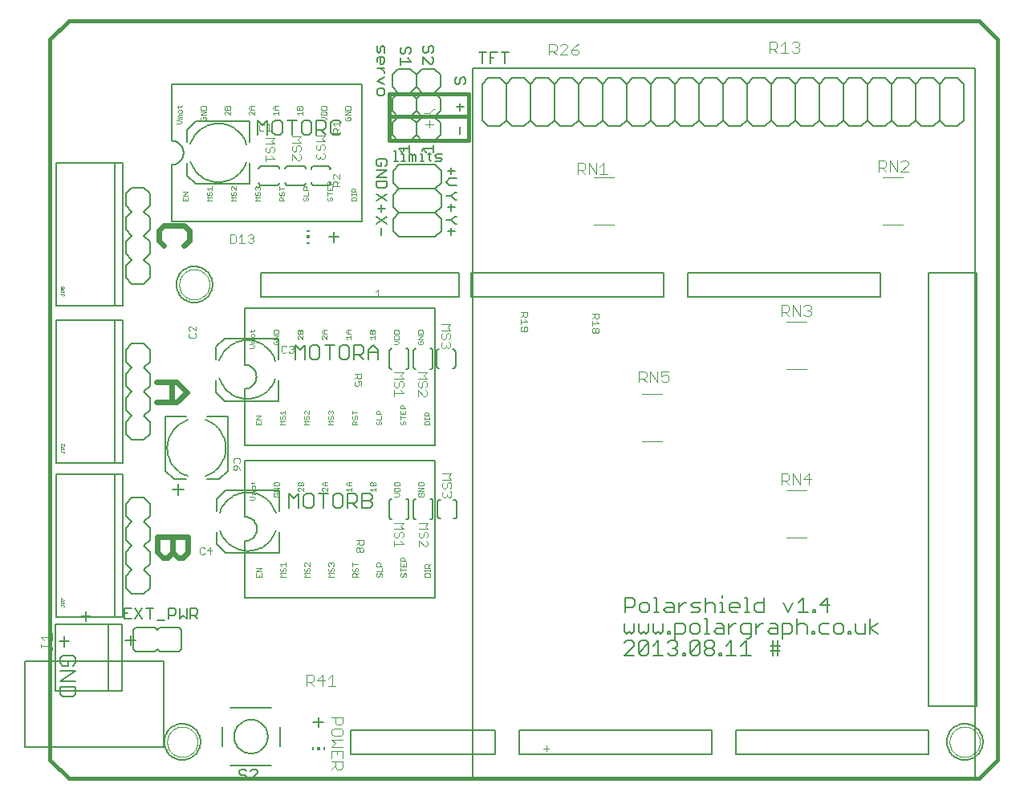
<source format=gto>
G75*
G70*
%OFA0B0*%
%FSLAX24Y24*%
%IPPOS*%
%LPD*%
%AMOC8*
5,1,8,0,0,1.08239X$1,22.5*
%
%ADD10C,0.0160*%
%ADD11C,0.0030*%
%ADD12C,0.0060*%
%ADD13C,0.0040*%
%ADD14C,0.0050*%
%ADD15C,0.0230*%
%ADD16C,0.0000*%
%ADD17R,0.0118X0.0059*%
%ADD18R,0.0118X0.0118*%
%ADD19C,0.0080*%
%ADD20C,0.0020*%
%ADD21C,0.0010*%
%ADD22R,0.0059X0.0118*%
D10*
X002220Y002007D02*
X003007Y001220D01*
X040803Y001220D01*
X041590Y002007D01*
X041590Y031929D01*
X040803Y032716D01*
X003007Y032716D01*
X002220Y031929D01*
X002220Y002007D01*
X016326Y027746D02*
X016326Y028731D01*
X016326Y029676D01*
X019628Y029676D01*
X019628Y028731D01*
X019628Y027746D01*
X016326Y027746D01*
X016326Y028731D02*
X019628Y028731D01*
D11*
X014255Y028523D02*
X014255Y028330D01*
X014255Y028426D02*
X013965Y028426D01*
X014062Y028330D01*
X014110Y028228D02*
X014158Y028180D01*
X014158Y028035D01*
X014158Y028132D02*
X014255Y028228D01*
X014110Y028228D02*
X014013Y028228D01*
X013965Y028180D01*
X013965Y028035D01*
X014255Y028035D01*
X013647Y027940D02*
X013523Y027817D01*
X013647Y027694D01*
X013276Y027694D01*
X013338Y027572D02*
X013276Y027510D01*
X013276Y027387D01*
X013338Y027325D01*
X013400Y027325D01*
X013461Y027387D01*
X013461Y027510D01*
X013523Y027572D01*
X013585Y027572D01*
X013647Y027510D01*
X013647Y027387D01*
X013585Y027325D01*
X013585Y027204D02*
X013647Y027142D01*
X013647Y027019D01*
X013585Y026957D01*
X013523Y026957D01*
X013461Y027019D01*
X013400Y026957D01*
X013338Y026957D01*
X013276Y027019D01*
X013276Y027142D01*
X013338Y027204D01*
X013461Y027080D02*
X013461Y027019D01*
X012647Y026969D02*
X012647Y027092D01*
X012585Y027154D01*
X012585Y027275D02*
X012647Y027337D01*
X012647Y027460D01*
X012585Y027522D01*
X012523Y027522D01*
X012461Y027460D01*
X012461Y027337D01*
X012400Y027275D01*
X012338Y027275D01*
X012276Y027337D01*
X012276Y027460D01*
X012338Y027522D01*
X012276Y027644D02*
X012647Y027644D01*
X012523Y027767D01*
X012647Y027890D01*
X012276Y027890D01*
X011547Y027840D02*
X011423Y027717D01*
X011547Y027594D01*
X011176Y027594D01*
X011238Y027472D02*
X011176Y027410D01*
X011176Y027287D01*
X011238Y027225D01*
X011300Y027225D01*
X011361Y027287D01*
X011361Y027410D01*
X011423Y027472D01*
X011485Y027472D01*
X011547Y027410D01*
X011547Y027287D01*
X011485Y027225D01*
X011423Y027104D02*
X011547Y026980D01*
X011176Y026980D01*
X011176Y026857D02*
X011176Y027104D01*
X011176Y027840D02*
X011547Y027840D01*
X011418Y028136D02*
X011225Y028136D01*
X011322Y028136D02*
X011322Y028426D01*
X011225Y028329D01*
X011124Y028378D02*
X011075Y028426D01*
X010979Y028426D01*
X010930Y028378D01*
X010930Y028184D01*
X010979Y028136D01*
X011075Y028136D01*
X011124Y028184D01*
X012276Y027154D02*
X012523Y026907D01*
X012585Y026907D01*
X012647Y026969D01*
X012276Y026907D02*
X012276Y027154D01*
X013276Y027940D02*
X013647Y027940D01*
X014013Y026323D02*
X013965Y026275D01*
X013965Y026178D01*
X014013Y026130D01*
X014013Y026028D02*
X014110Y026028D01*
X014158Y025980D01*
X014158Y025835D01*
X014158Y025932D02*
X014255Y026028D01*
X014255Y026130D02*
X014062Y026323D01*
X014013Y026323D01*
X014255Y026323D02*
X014255Y026130D01*
X014013Y026028D02*
X013965Y025980D01*
X013965Y025835D01*
X014255Y025835D01*
X015832Y021525D02*
X015832Y021235D01*
X015928Y021235D02*
X015735Y021235D01*
X015735Y021428D02*
X015832Y021525D01*
X018484Y020090D02*
X018855Y020090D01*
X018731Y019967D01*
X018855Y019844D01*
X018484Y019844D01*
X018546Y019722D02*
X018484Y019660D01*
X018484Y019537D01*
X018546Y019475D01*
X018608Y019475D01*
X018669Y019537D01*
X018669Y019660D01*
X018731Y019722D01*
X018793Y019722D01*
X018855Y019660D01*
X018855Y019537D01*
X018793Y019475D01*
X018793Y019354D02*
X018855Y019292D01*
X018855Y019169D01*
X018793Y019107D01*
X018731Y019107D01*
X018669Y019169D01*
X018608Y019107D01*
X018546Y019107D01*
X018484Y019169D01*
X018484Y019292D01*
X018546Y019354D01*
X018669Y019230D02*
X018669Y019169D01*
X017881Y018090D02*
X017757Y017967D01*
X017881Y017844D01*
X017511Y017844D01*
X017572Y017722D02*
X017511Y017660D01*
X017511Y017537D01*
X017572Y017475D01*
X017634Y017475D01*
X017696Y017537D01*
X017696Y017660D01*
X017757Y017722D01*
X017819Y017722D01*
X017881Y017660D01*
X017881Y017537D01*
X017819Y017475D01*
X017819Y017354D02*
X017881Y017292D01*
X017881Y017169D01*
X017819Y017107D01*
X017757Y017107D01*
X017511Y017354D01*
X017511Y017107D01*
X016897Y017230D02*
X016526Y017230D01*
X016526Y017107D02*
X016526Y017354D01*
X016588Y017475D02*
X016526Y017537D01*
X016526Y017660D01*
X016588Y017722D01*
X016526Y017844D02*
X016897Y017844D01*
X016773Y017967D01*
X016897Y018090D01*
X016526Y018090D01*
X016773Y017722D02*
X016711Y017660D01*
X016711Y017537D01*
X016650Y017475D01*
X016588Y017475D01*
X016773Y017354D02*
X016897Y017230D01*
X016835Y017475D02*
X016897Y017537D01*
X016897Y017660D01*
X016835Y017722D01*
X016773Y017722D01*
X017511Y018090D02*
X017881Y018090D01*
X015163Y018032D02*
X015163Y017887D01*
X015114Y017838D01*
X015018Y017838D01*
X014969Y017887D01*
X014969Y018032D01*
X014873Y018032D02*
X015163Y018032D01*
X014969Y017935D02*
X014873Y017838D01*
X014921Y017737D02*
X014873Y017689D01*
X014873Y017592D01*
X014921Y017544D01*
X015018Y017544D01*
X015066Y017592D01*
X015066Y017640D01*
X015018Y017737D01*
X015163Y017737D01*
X015163Y017544D01*
X012338Y018959D02*
X012290Y018911D01*
X012193Y018911D01*
X012145Y018959D01*
X012043Y018959D02*
X011995Y018911D01*
X011898Y018911D01*
X011850Y018959D01*
X011850Y019153D01*
X011898Y019201D01*
X011995Y019201D01*
X012043Y019153D01*
X012145Y019153D02*
X012193Y019201D01*
X012290Y019201D01*
X012338Y019153D01*
X012338Y019104D01*
X012290Y019056D01*
X012338Y019008D01*
X012338Y018959D01*
X012290Y019056D02*
X012241Y019056D01*
X008286Y019578D02*
X008286Y019675D01*
X008237Y019723D01*
X008286Y019824D02*
X008092Y020018D01*
X008044Y020018D01*
X007995Y019969D01*
X007995Y019873D01*
X008044Y019824D01*
X008044Y019723D02*
X007995Y019675D01*
X007995Y019578D01*
X008044Y019529D01*
X008237Y019529D01*
X008286Y019578D01*
X008286Y019824D02*
X008286Y020018D01*
X009886Y014527D02*
X009837Y014479D01*
X009837Y014382D01*
X009886Y014334D01*
X009886Y014233D02*
X009837Y014184D01*
X009837Y014087D01*
X009886Y014039D01*
X009934Y014039D01*
X009983Y014087D01*
X009983Y014233D01*
X009886Y014233D01*
X009983Y014233D02*
X010079Y014136D01*
X010128Y014039D01*
X010079Y014334D02*
X010128Y014382D01*
X010128Y014479D01*
X010079Y014527D01*
X009886Y014527D01*
X008893Y010832D02*
X008747Y010687D01*
X008941Y010687D01*
X008893Y010542D02*
X008893Y010832D01*
X008646Y010784D02*
X008598Y010832D01*
X008501Y010832D01*
X008453Y010784D01*
X008453Y010590D01*
X008501Y010542D01*
X008598Y010542D01*
X008646Y010590D01*
X014941Y010681D02*
X014990Y010633D01*
X015038Y010633D01*
X015087Y010681D01*
X015087Y010778D01*
X015135Y010826D01*
X015183Y010826D01*
X015232Y010778D01*
X015232Y010681D01*
X015183Y010633D01*
X015135Y010633D01*
X015087Y010681D01*
X015087Y010778D02*
X015038Y010826D01*
X014990Y010826D01*
X014941Y010778D01*
X014941Y010681D01*
X014941Y010928D02*
X015038Y011024D01*
X015038Y010976D02*
X015038Y011121D01*
X014941Y011121D02*
X015232Y011121D01*
X015232Y010976D01*
X015183Y010928D01*
X015087Y010928D01*
X015038Y010976D01*
X016526Y010981D02*
X016897Y010981D01*
X016773Y011105D01*
X016835Y011226D02*
X016897Y011288D01*
X016897Y011411D01*
X016835Y011473D01*
X016773Y011473D01*
X016711Y011411D01*
X016711Y011288D01*
X016650Y011226D01*
X016588Y011226D01*
X016526Y011288D01*
X016526Y011411D01*
X016588Y011473D01*
X016526Y011594D02*
X016897Y011594D01*
X016773Y011718D01*
X016897Y011841D01*
X016526Y011841D01*
X016526Y011105D02*
X016526Y010858D01*
X017550Y010858D02*
X017550Y011105D01*
X017797Y010858D01*
X017859Y010858D01*
X017920Y010919D01*
X017920Y011043D01*
X017859Y011105D01*
X017859Y011226D02*
X017920Y011288D01*
X017920Y011411D01*
X017859Y011473D01*
X017797Y011473D01*
X017735Y011411D01*
X017735Y011288D01*
X017673Y011226D01*
X017612Y011226D01*
X017550Y011288D01*
X017550Y011411D01*
X017612Y011473D01*
X017550Y011594D02*
X017920Y011594D01*
X017797Y011718D01*
X017920Y011841D01*
X017550Y011841D01*
X018585Y012908D02*
X018524Y012969D01*
X018524Y013093D01*
X018585Y013155D01*
X018585Y013276D02*
X018524Y013338D01*
X018524Y013461D01*
X018585Y013523D01*
X018524Y013644D02*
X018894Y013644D01*
X018770Y013768D01*
X018894Y013891D01*
X018524Y013891D01*
X018770Y013523D02*
X018709Y013461D01*
X018709Y013338D01*
X018647Y013276D01*
X018585Y013276D01*
X018832Y013276D02*
X018894Y013338D01*
X018894Y013461D01*
X018832Y013523D01*
X018770Y013523D01*
X018832Y013155D02*
X018894Y013093D01*
X018894Y012969D01*
X018832Y012908D01*
X018770Y012908D01*
X018709Y012969D01*
X018647Y012908D01*
X018585Y012908D01*
X018709Y012969D02*
X018709Y013031D01*
X021817Y019804D02*
X022010Y019804D01*
X022059Y019853D01*
X022059Y019950D01*
X022010Y019998D01*
X021962Y019998D01*
X021913Y019950D01*
X021913Y019804D01*
X021817Y019804D02*
X021768Y019853D01*
X021768Y019950D01*
X021817Y019998D01*
X021768Y020099D02*
X021768Y020293D01*
X021768Y020196D02*
X022059Y020196D01*
X021962Y020293D01*
X022010Y020394D02*
X021913Y020394D01*
X021865Y020442D01*
X021865Y020587D01*
X021865Y020491D02*
X021768Y020394D01*
X021768Y020587D02*
X022059Y020587D01*
X022059Y020442D01*
X022010Y020394D01*
X024735Y020337D02*
X024832Y020433D01*
X024832Y020385D02*
X024832Y020530D01*
X024735Y020530D02*
X025025Y020530D01*
X025025Y020385D01*
X024977Y020337D01*
X024880Y020337D01*
X024832Y020385D01*
X024928Y020235D02*
X025025Y020139D01*
X024735Y020139D01*
X024735Y020235D02*
X024735Y020042D01*
X024783Y019941D02*
X024735Y019892D01*
X024735Y019796D01*
X024783Y019747D01*
X024832Y019747D01*
X024880Y019796D01*
X024880Y019892D01*
X024928Y019941D01*
X024977Y019941D01*
X025025Y019892D01*
X025025Y019796D01*
X024977Y019747D01*
X024928Y019747D01*
X024880Y019796D01*
X024880Y019892D02*
X024832Y019941D01*
X024783Y019941D01*
X022832Y002607D02*
X022832Y002360D01*
X022709Y002483D02*
X022956Y002483D01*
D12*
X018217Y008748D02*
X010317Y008748D01*
X010317Y011098D01*
X010361Y011100D01*
X010404Y011106D01*
X010446Y011115D01*
X010488Y011128D01*
X010528Y011145D01*
X010567Y011165D01*
X010604Y011188D01*
X010638Y011215D01*
X010671Y011244D01*
X010700Y011277D01*
X010727Y011311D01*
X010750Y011348D01*
X010770Y011387D01*
X010787Y011427D01*
X010800Y011469D01*
X010809Y011511D01*
X010815Y011554D01*
X010817Y011598D01*
X010815Y011642D01*
X010809Y011685D01*
X010800Y011727D01*
X010787Y011769D01*
X010770Y011809D01*
X010750Y011848D01*
X010727Y011885D01*
X010700Y011919D01*
X010671Y011952D01*
X010638Y011981D01*
X010604Y012008D01*
X010567Y012031D01*
X010528Y012051D01*
X010488Y012068D01*
X010446Y012081D01*
X010404Y012090D01*
X010361Y012096D01*
X010317Y012098D01*
X010317Y014448D01*
X018217Y014448D01*
X018217Y008748D01*
X013364Y003784D02*
X013364Y003357D01*
X013150Y003570D02*
X013577Y003570D01*
X007691Y006610D02*
X007591Y006510D01*
X006791Y006510D01*
X006691Y006610D01*
X006591Y006510D01*
X005791Y006510D01*
X005691Y006610D01*
X005691Y007410D01*
X005791Y007510D01*
X006591Y007510D01*
X006691Y007410D01*
X006791Y007510D01*
X007591Y007510D01*
X007691Y007410D01*
X007691Y006610D01*
X005777Y006970D02*
X005350Y006970D01*
X005564Y006757D02*
X005564Y007184D01*
X003927Y007970D02*
X003500Y007970D01*
X003714Y007757D02*
X003714Y008184D01*
X002814Y007134D02*
X002814Y006707D01*
X002600Y006920D02*
X003027Y006920D01*
X003184Y006340D02*
X002757Y006340D01*
X002650Y006233D01*
X002650Y006020D01*
X002757Y005913D01*
X002970Y005913D01*
X002970Y006126D01*
X003184Y005913D02*
X003291Y006020D01*
X003291Y006233D01*
X003184Y006340D01*
X003291Y005695D02*
X002650Y005695D01*
X002650Y005268D02*
X003291Y005268D01*
X003291Y005051D02*
X002650Y005051D01*
X002650Y004731D01*
X002757Y004624D01*
X003184Y004624D01*
X003291Y004731D01*
X003291Y005051D01*
X003291Y005695D02*
X002650Y005268D01*
X007546Y012989D02*
X007546Y013456D01*
X007312Y013222D02*
X007780Y013222D01*
X010298Y015067D02*
X018198Y015067D01*
X018198Y020767D01*
X010298Y020767D01*
X010298Y018417D01*
X010342Y018415D01*
X010385Y018409D01*
X010427Y018400D01*
X010469Y018387D01*
X010509Y018370D01*
X010548Y018350D01*
X010585Y018327D01*
X010619Y018300D01*
X010652Y018271D01*
X010681Y018238D01*
X010708Y018204D01*
X010731Y018167D01*
X010751Y018128D01*
X010768Y018088D01*
X010781Y018046D01*
X010790Y018004D01*
X010796Y017961D01*
X010798Y017917D01*
X010796Y017873D01*
X010790Y017830D01*
X010781Y017788D01*
X010768Y017746D01*
X010751Y017706D01*
X010731Y017667D01*
X010708Y017630D01*
X010681Y017596D01*
X010652Y017563D01*
X010619Y017534D01*
X010585Y017507D01*
X010548Y017484D01*
X010509Y017464D01*
X010469Y017447D01*
X010427Y017434D01*
X010385Y017425D01*
X010342Y017419D01*
X010298Y017417D01*
X010298Y015067D01*
X014014Y023507D02*
X014014Y023934D01*
X014227Y023720D02*
X013800Y023720D01*
X015170Y024370D02*
X007270Y024370D01*
X007270Y026720D01*
X007314Y026722D01*
X007357Y026728D01*
X007399Y026737D01*
X007441Y026750D01*
X007481Y026767D01*
X007520Y026787D01*
X007557Y026810D01*
X007591Y026837D01*
X007624Y026866D01*
X007653Y026899D01*
X007680Y026933D01*
X007703Y026970D01*
X007723Y027009D01*
X007740Y027049D01*
X007753Y027091D01*
X007762Y027133D01*
X007768Y027176D01*
X007770Y027220D01*
X007768Y027264D01*
X007762Y027307D01*
X007753Y027349D01*
X007740Y027391D01*
X007723Y027431D01*
X007703Y027470D01*
X007680Y027507D01*
X007653Y027541D01*
X007624Y027574D01*
X007591Y027603D01*
X007557Y027630D01*
X007520Y027653D01*
X007481Y027673D01*
X007441Y027690D01*
X007399Y027703D01*
X007357Y027712D01*
X007314Y027718D01*
X007270Y027720D01*
X007270Y030070D01*
X015170Y030070D01*
X015170Y024370D01*
X015765Y024274D02*
X016206Y024568D01*
X016470Y024470D02*
X016720Y024720D01*
X018220Y024720D01*
X018470Y024970D01*
X018470Y025470D01*
X018220Y025720D01*
X018470Y025970D01*
X018470Y026470D01*
X018220Y026720D01*
X016720Y026720D01*
X016470Y026470D01*
X016470Y025970D01*
X016720Y025720D01*
X018220Y025720D01*
X018665Y026010D02*
X018812Y025864D01*
X019106Y025864D01*
X019106Y026157D02*
X018812Y026157D01*
X018665Y026010D01*
X018886Y026324D02*
X018886Y026618D01*
X019032Y026471D02*
X018739Y026471D01*
X018431Y026865D02*
X018211Y026865D01*
X018050Y026865D02*
X017977Y026939D01*
X017977Y027232D01*
X017904Y027159D02*
X018050Y027159D01*
X018211Y027086D02*
X018284Y027159D01*
X018504Y027159D01*
X018431Y027012D02*
X018284Y027012D01*
X018211Y027086D01*
X018431Y027012D02*
X018504Y026939D01*
X018431Y026865D01*
X017743Y026865D02*
X017597Y026865D01*
X017670Y026865D02*
X017670Y027159D01*
X017597Y027159D01*
X017670Y027306D02*
X017670Y027379D01*
X017686Y027717D02*
X017436Y027967D01*
X017436Y028467D01*
X017686Y028717D01*
X017436Y028967D01*
X017436Y029467D01*
X017686Y029717D01*
X017436Y029967D01*
X017436Y030467D01*
X017686Y030717D01*
X018186Y030717D01*
X018436Y030467D01*
X018436Y029967D01*
X018186Y029717D01*
X018436Y029467D01*
X018436Y028967D01*
X018186Y028717D01*
X018436Y028467D01*
X018436Y027967D01*
X018186Y027717D01*
X017686Y027717D01*
X017436Y027967D02*
X017436Y028467D01*
X017186Y028717D01*
X017436Y028967D01*
X017436Y029467D01*
X017186Y029717D01*
X017436Y029967D01*
X017436Y030467D01*
X017186Y030717D01*
X016686Y030717D01*
X016436Y030467D01*
X016436Y029967D01*
X016686Y029717D01*
X016436Y029467D01*
X016436Y028967D01*
X016686Y028717D01*
X016436Y028467D01*
X016436Y027967D01*
X016686Y027717D01*
X017186Y027717D01*
X017436Y027967D01*
X016903Y027379D02*
X016903Y027306D01*
X016903Y027159D02*
X016903Y026865D01*
X016976Y026865D02*
X016829Y026865D01*
X016669Y026865D02*
X016522Y026865D01*
X016596Y026865D02*
X016596Y027306D01*
X016522Y027306D01*
X016829Y027159D02*
X016903Y027159D01*
X017136Y027159D02*
X017210Y027159D01*
X017283Y027086D01*
X017356Y027159D01*
X017430Y027086D01*
X017430Y026865D01*
X017283Y026865D02*
X017283Y027086D01*
X017136Y027159D02*
X017136Y026865D01*
X016206Y026894D02*
X016206Y026747D01*
X016132Y026674D01*
X015986Y026674D02*
X015986Y026821D01*
X015986Y026674D02*
X015839Y026674D01*
X015765Y026747D01*
X015765Y026894D01*
X015839Y026968D01*
X016132Y026968D01*
X016206Y026894D01*
X016206Y026507D02*
X015765Y026214D01*
X016206Y026214D01*
X016206Y026047D02*
X015765Y026047D01*
X015765Y025827D01*
X015839Y025753D01*
X016132Y025753D01*
X016206Y025827D01*
X016206Y026047D01*
X016206Y026507D02*
X015765Y026507D01*
X015765Y025518D02*
X016206Y025224D01*
X015986Y025057D02*
X015986Y024764D01*
X016132Y024910D02*
X015839Y024910D01*
X015765Y025224D02*
X016206Y025518D01*
X016470Y025470D02*
X016720Y025720D01*
X016470Y025470D02*
X016470Y024970D01*
X016720Y024720D01*
X016470Y024470D02*
X016470Y023970D01*
X016720Y023720D01*
X018220Y023720D01*
X018470Y023970D01*
X018470Y024470D01*
X018220Y024720D01*
X018665Y024421D02*
X018886Y024421D01*
X019032Y024274D01*
X019106Y024274D01*
X018886Y024421D02*
X019032Y024568D01*
X019106Y024568D01*
X018886Y024814D02*
X018886Y025107D01*
X019032Y024960D02*
X018739Y024960D01*
X019032Y025274D02*
X019106Y025274D01*
X019032Y025274D02*
X018886Y025421D01*
X018665Y025421D01*
X018886Y025421D02*
X019032Y025568D01*
X019106Y025568D01*
X018886Y024107D02*
X018886Y023814D01*
X019032Y023960D02*
X018739Y023960D01*
X016206Y024274D02*
X015765Y024568D01*
X015986Y024107D02*
X015986Y023814D01*
X019259Y028003D02*
X019259Y028296D01*
X019259Y028976D02*
X019259Y029270D01*
X019406Y029123D02*
X019112Y029123D01*
X019112Y030061D02*
X019039Y030134D01*
X019039Y030281D01*
X019112Y030354D01*
X019259Y030281D02*
X019259Y030134D01*
X019186Y030061D01*
X019112Y030061D01*
X019259Y030281D02*
X019333Y030354D01*
X019406Y030354D01*
X019479Y030281D01*
X019479Y030134D01*
X019406Y030061D01*
X020177Y030084D02*
X020177Y028584D01*
X020427Y028334D01*
X020927Y028334D01*
X021177Y028584D01*
X021177Y030084D01*
X020927Y030334D01*
X020427Y030334D01*
X020177Y030084D01*
X021177Y030084D02*
X021427Y030334D01*
X021927Y030334D01*
X022177Y030084D01*
X022177Y028584D01*
X021927Y028334D01*
X021427Y028334D01*
X021177Y028584D01*
X022177Y028584D02*
X022427Y028334D01*
X022927Y028334D01*
X023177Y028584D01*
X023177Y030084D01*
X023427Y030334D01*
X023927Y030334D01*
X024177Y030084D01*
X024177Y028584D01*
X023927Y028334D01*
X023427Y028334D01*
X023177Y028584D01*
X024177Y028584D02*
X024427Y028334D01*
X024927Y028334D01*
X025177Y028584D01*
X025177Y030084D01*
X025427Y030334D01*
X025927Y030334D01*
X026177Y030084D01*
X026177Y028584D01*
X025927Y028334D01*
X025427Y028334D01*
X025177Y028584D01*
X026177Y028584D02*
X026427Y028334D01*
X026927Y028334D01*
X027177Y028584D01*
X027177Y030084D01*
X027427Y030334D01*
X027927Y030334D01*
X028177Y030084D01*
X028177Y028584D01*
X027927Y028334D01*
X027427Y028334D01*
X027177Y028584D01*
X028177Y028584D02*
X028427Y028334D01*
X028927Y028334D01*
X029177Y028584D01*
X029177Y030084D01*
X029427Y030334D01*
X029927Y030334D01*
X030177Y030084D01*
X030177Y028584D01*
X029927Y028334D01*
X029427Y028334D01*
X029177Y028584D01*
X030177Y028584D02*
X030427Y028334D01*
X030927Y028334D01*
X031177Y028584D01*
X031177Y030084D01*
X031427Y030334D01*
X031927Y030334D01*
X032177Y030084D01*
X032177Y028584D01*
X031927Y028334D01*
X031427Y028334D01*
X031177Y028584D01*
X032177Y028584D02*
X032427Y028334D01*
X032927Y028334D01*
X033177Y028584D01*
X033177Y030084D01*
X033427Y030334D01*
X033927Y030334D01*
X034177Y030084D01*
X034177Y028584D01*
X033927Y028334D01*
X033427Y028334D01*
X033177Y028584D01*
X034177Y028584D02*
X034427Y028334D01*
X034927Y028334D01*
X035177Y028584D01*
X035177Y030084D01*
X034927Y030334D01*
X034427Y030334D01*
X034177Y030084D01*
X035177Y030084D02*
X035427Y030334D01*
X035927Y030334D01*
X036177Y030084D01*
X036177Y028584D01*
X035927Y028334D01*
X035427Y028334D01*
X035177Y028584D01*
X036177Y028584D02*
X036427Y028334D01*
X036927Y028334D01*
X037177Y028584D01*
X037177Y030084D01*
X036927Y030334D01*
X036427Y030334D01*
X036177Y030084D01*
X037177Y030084D02*
X037427Y030334D01*
X037927Y030334D01*
X038177Y030084D01*
X038177Y028584D01*
X037927Y028334D01*
X037427Y028334D01*
X037177Y028584D01*
X038177Y028584D02*
X038427Y028334D01*
X038927Y028334D01*
X039177Y028584D01*
X039177Y030084D01*
X038927Y030334D01*
X038427Y030334D01*
X038177Y030084D01*
X039177Y030084D02*
X039427Y030334D01*
X039927Y030334D01*
X040177Y030084D01*
X040177Y028584D01*
X039927Y028334D01*
X039427Y028334D01*
X039177Y028584D01*
X033177Y030084D02*
X032927Y030334D01*
X032427Y030334D01*
X032177Y030084D01*
X031177Y030084D02*
X030927Y030334D01*
X030427Y030334D01*
X030177Y030084D01*
X029177Y030084D02*
X028927Y030334D01*
X028427Y030334D01*
X028177Y030084D01*
X027177Y030084D02*
X026927Y030334D01*
X026427Y030334D01*
X026177Y030084D01*
X025177Y030084D02*
X024927Y030334D01*
X024427Y030334D01*
X024177Y030084D01*
X023177Y030084D02*
X022927Y030334D01*
X022427Y030334D01*
X022177Y030084D01*
X018156Y030987D02*
X018156Y031134D01*
X018082Y031207D01*
X018082Y031374D02*
X018156Y031447D01*
X018156Y031594D01*
X018082Y031668D01*
X018009Y031668D01*
X017936Y031594D01*
X017936Y031447D01*
X017862Y031374D01*
X017789Y031374D01*
X017715Y031447D01*
X017715Y031594D01*
X017789Y031668D01*
X017715Y031207D02*
X018009Y030914D01*
X018082Y030914D01*
X018156Y030987D01*
X017715Y030914D02*
X017715Y031207D01*
X017211Y031397D02*
X017211Y031544D01*
X017137Y031618D01*
X017064Y031618D01*
X016991Y031544D01*
X016991Y031397D01*
X016917Y031324D01*
X016844Y031324D01*
X016770Y031397D01*
X016770Y031544D01*
X016844Y031618D01*
X017137Y031324D02*
X017211Y031397D01*
X017064Y031157D02*
X017211Y031010D01*
X016770Y031010D01*
X016770Y030864D02*
X016770Y031157D01*
X016109Y031134D02*
X016109Y030987D01*
X016036Y030914D01*
X015962Y030914D01*
X015962Y031207D01*
X015889Y031207D02*
X016036Y031207D01*
X016109Y031134D01*
X015889Y031207D02*
X015815Y031134D01*
X015815Y030987D01*
X015815Y030747D02*
X016109Y030747D01*
X015962Y030747D02*
X016109Y030600D01*
X016109Y030527D01*
X016109Y030363D02*
X015815Y030216D01*
X016109Y030070D01*
X016036Y029903D02*
X015889Y029903D01*
X015815Y029829D01*
X015815Y029683D01*
X015889Y029609D01*
X016036Y029609D01*
X016109Y029683D01*
X016109Y029829D01*
X016036Y029903D01*
X016109Y031374D02*
X016109Y031594D01*
X016036Y031668D01*
X015962Y031594D01*
X015962Y031447D01*
X015889Y031374D01*
X015815Y031447D01*
X015815Y031668D01*
D13*
X018135Y029022D02*
X017981Y028868D01*
X017751Y028868D01*
X017981Y028868D02*
X018135Y028715D01*
X018211Y028715D01*
X017981Y028561D02*
X017981Y028254D01*
X018135Y028408D02*
X017828Y028408D01*
X018135Y029022D02*
X018211Y029022D01*
X022960Y031286D02*
X022960Y031747D01*
X023191Y031747D01*
X023267Y031670D01*
X023267Y031517D01*
X023191Y031440D01*
X022960Y031440D01*
X023114Y031440D02*
X023267Y031286D01*
X023421Y031286D02*
X023728Y031593D01*
X023728Y031670D01*
X023651Y031747D01*
X023498Y031747D01*
X023421Y031670D01*
X023421Y031286D02*
X023728Y031286D01*
X023881Y031363D02*
X023958Y031286D01*
X024111Y031286D01*
X024188Y031363D01*
X024188Y031440D01*
X024111Y031517D01*
X023881Y031517D01*
X023881Y031363D01*
X023881Y031517D02*
X024035Y031670D01*
X024188Y031747D01*
X024140Y026800D02*
X024370Y026800D01*
X024447Y026724D01*
X024447Y026570D01*
X024370Y026493D01*
X024140Y026493D01*
X024140Y026340D02*
X024140Y026800D01*
X024293Y026493D02*
X024447Y026340D01*
X024600Y026340D02*
X024600Y026800D01*
X024907Y026340D01*
X024907Y026800D01*
X025061Y026647D02*
X025214Y026800D01*
X025214Y026340D01*
X025061Y026340D02*
X025368Y026340D01*
X025633Y026194D02*
X024807Y026194D01*
X024807Y024246D02*
X025633Y024246D01*
X032609Y020900D02*
X032609Y020440D01*
X032609Y020593D02*
X032839Y020593D01*
X032916Y020670D01*
X032916Y020824D01*
X032839Y020900D01*
X032609Y020900D01*
X032762Y020593D02*
X032916Y020440D01*
X033069Y020440D02*
X033069Y020900D01*
X033376Y020440D01*
X033376Y020900D01*
X033530Y020824D02*
X033606Y020900D01*
X033760Y020900D01*
X033837Y020824D01*
X033837Y020747D01*
X033760Y020670D01*
X033837Y020593D01*
X033837Y020517D01*
X033760Y020440D01*
X033606Y020440D01*
X033530Y020517D01*
X033683Y020670D02*
X033760Y020670D01*
X033633Y020194D02*
X032807Y020194D01*
X032807Y018246D02*
X033633Y018246D01*
X033760Y013900D02*
X033530Y013670D01*
X033837Y013670D01*
X033760Y013440D02*
X033760Y013900D01*
X033376Y013900D02*
X033376Y013440D01*
X033069Y013900D01*
X033069Y013440D01*
X032916Y013440D02*
X032762Y013593D01*
X032839Y013593D02*
X032609Y013593D01*
X032609Y013440D02*
X032609Y013900D01*
X032839Y013900D01*
X032916Y013824D01*
X032916Y013670D01*
X032839Y013593D01*
X032807Y013194D02*
X033633Y013194D01*
X033633Y011246D02*
X032807Y011246D01*
X027633Y015246D02*
X026807Y015246D01*
X026807Y017194D02*
X027633Y017194D01*
X027688Y017690D02*
X027611Y017767D01*
X027688Y017690D02*
X027841Y017690D01*
X027918Y017767D01*
X027918Y017920D01*
X027841Y017997D01*
X027764Y017997D01*
X027611Y017920D01*
X027611Y018150D01*
X027918Y018150D01*
X027457Y018150D02*
X027457Y017690D01*
X027150Y018150D01*
X027150Y017690D01*
X026997Y017690D02*
X026843Y017843D01*
X026920Y017843D02*
X026690Y017843D01*
X026690Y017690D02*
X026690Y018150D01*
X026920Y018150D01*
X026997Y018074D01*
X026997Y017920D01*
X026920Y017843D01*
X036807Y024246D02*
X037633Y024246D01*
X037633Y026194D02*
X036807Y026194D01*
X036947Y026440D02*
X036793Y026593D01*
X036870Y026593D02*
X036640Y026593D01*
X036640Y026440D02*
X036640Y026900D01*
X036870Y026900D01*
X036947Y026824D01*
X036947Y026670D01*
X036870Y026593D01*
X037100Y026440D02*
X037100Y026900D01*
X037407Y026440D01*
X037407Y026900D01*
X037561Y026824D02*
X037638Y026900D01*
X037791Y026900D01*
X037868Y026824D01*
X037868Y026747D01*
X037561Y026440D01*
X037868Y026440D01*
X033272Y031368D02*
X033119Y031368D01*
X033042Y031445D01*
X032888Y031368D02*
X032581Y031368D01*
X032428Y031368D02*
X032275Y031521D01*
X032351Y031521D02*
X032121Y031521D01*
X032121Y031368D02*
X032121Y031828D01*
X032351Y031828D01*
X032428Y031752D01*
X032428Y031598D01*
X032351Y031521D01*
X032581Y031675D02*
X032735Y031828D01*
X032735Y031368D01*
X033042Y031752D02*
X033119Y031828D01*
X033272Y031828D01*
X033349Y031752D01*
X033349Y031675D01*
X033272Y031598D01*
X033349Y031521D01*
X033349Y031445D01*
X033272Y031368D01*
X033272Y031598D02*
X033195Y031598D01*
X010677Y023773D02*
X010677Y023712D01*
X010617Y023652D01*
X010677Y023592D01*
X010677Y023532D01*
X010617Y023472D01*
X010497Y023472D01*
X010437Y023532D01*
X010309Y023472D02*
X010068Y023472D01*
X010189Y023472D02*
X010189Y023833D01*
X010068Y023712D01*
X009940Y023773D02*
X009880Y023833D01*
X009700Y023833D01*
X009700Y023472D01*
X009880Y023472D01*
X009940Y023532D01*
X009940Y023773D01*
X010437Y023773D02*
X010497Y023833D01*
X010617Y023833D01*
X010677Y023773D01*
X010617Y023652D02*
X010557Y023652D01*
X002301Y007267D02*
X002301Y006960D01*
X002301Y007114D02*
X001840Y007114D01*
X001994Y006960D01*
X001840Y006807D02*
X001840Y006653D01*
X001840Y006730D02*
X002224Y006730D01*
X002301Y006653D01*
X002301Y006577D01*
X002224Y006500D01*
X012868Y005536D02*
X012868Y005075D01*
X012868Y005229D02*
X013099Y005229D01*
X013175Y005306D01*
X013175Y005459D01*
X013099Y005536D01*
X012868Y005536D01*
X013022Y005229D02*
X013175Y005075D01*
X013329Y005306D02*
X013636Y005306D01*
X013789Y005382D02*
X013943Y005536D01*
X013943Y005075D01*
X014096Y005075D02*
X013789Y005075D01*
X013559Y005075D02*
X013559Y005536D01*
X013329Y005306D01*
X013921Y003764D02*
X014382Y003764D01*
X014382Y003534D01*
X014305Y003457D01*
X014152Y003457D01*
X014075Y003534D01*
X014075Y003764D01*
X013998Y003304D02*
X013921Y003227D01*
X013921Y003074D01*
X013998Y002997D01*
X014305Y002997D01*
X014382Y003074D01*
X014382Y003227D01*
X014305Y003304D01*
X013998Y003304D01*
X013921Y002843D02*
X014075Y002690D01*
X013921Y002536D01*
X014382Y002536D01*
X014382Y002383D02*
X013921Y002383D01*
X013921Y002076D01*
X013921Y001923D02*
X014382Y001923D01*
X014382Y001692D01*
X014305Y001616D01*
X014152Y001616D01*
X014075Y001692D01*
X014075Y001923D01*
X014075Y001769D02*
X013921Y001616D01*
X014382Y002076D02*
X014382Y002383D01*
X014152Y002383D02*
X014152Y002230D01*
X014382Y002843D02*
X013921Y002843D01*
D14*
X014720Y003251D02*
X020720Y003251D01*
X020720Y002251D01*
X014720Y002251D01*
X014720Y003251D01*
X010844Y001528D02*
X010769Y001603D01*
X010619Y001603D01*
X010544Y001528D01*
X010384Y001528D02*
X010309Y001603D01*
X010159Y001603D01*
X010084Y001528D01*
X010084Y001453D01*
X010159Y001378D01*
X010309Y001378D01*
X010384Y001303D01*
X010384Y001228D01*
X010309Y001152D01*
X010159Y001152D01*
X010084Y001228D01*
X010544Y001152D02*
X010844Y001453D01*
X010844Y001528D01*
X010844Y001152D02*
X010544Y001152D01*
X006970Y002751D02*
X006972Y002805D01*
X006978Y002859D01*
X006988Y002912D01*
X007001Y002965D01*
X007018Y003016D01*
X007039Y003066D01*
X007064Y003114D01*
X007092Y003161D01*
X007123Y003205D01*
X007157Y003247D01*
X007194Y003286D01*
X007234Y003323D01*
X007277Y003356D01*
X007322Y003387D01*
X007369Y003414D01*
X007417Y003437D01*
X007468Y003457D01*
X007519Y003474D01*
X007572Y003486D01*
X007625Y003495D01*
X007679Y003500D01*
X007734Y003501D01*
X007788Y003498D01*
X007841Y003491D01*
X007894Y003480D01*
X007947Y003466D01*
X007998Y003448D01*
X008047Y003426D01*
X008095Y003401D01*
X008141Y003372D01*
X008185Y003340D01*
X008226Y003305D01*
X008264Y003267D01*
X008300Y003226D01*
X008333Y003183D01*
X008363Y003138D01*
X008389Y003090D01*
X008412Y003041D01*
X008431Y002990D01*
X008446Y002939D01*
X008458Y002886D01*
X008466Y002832D01*
X008470Y002778D01*
X008470Y002724D01*
X008466Y002670D01*
X008458Y002616D01*
X008446Y002563D01*
X008431Y002512D01*
X008412Y002461D01*
X008389Y002412D01*
X008363Y002364D01*
X008333Y002319D01*
X008300Y002276D01*
X008264Y002235D01*
X008226Y002197D01*
X008185Y002162D01*
X008141Y002130D01*
X008095Y002101D01*
X008047Y002076D01*
X007998Y002054D01*
X007947Y002036D01*
X007894Y002022D01*
X007841Y002011D01*
X007788Y002004D01*
X007734Y002001D01*
X007679Y002002D01*
X007625Y002007D01*
X007572Y002016D01*
X007519Y002028D01*
X007468Y002045D01*
X007417Y002065D01*
X007369Y002088D01*
X007322Y002115D01*
X007277Y002146D01*
X007234Y002179D01*
X007194Y002216D01*
X007157Y002255D01*
X007123Y002297D01*
X007092Y002341D01*
X007064Y002388D01*
X007039Y002436D01*
X007018Y002486D01*
X007001Y002537D01*
X006988Y002590D01*
X006978Y002643D01*
X006972Y002697D01*
X006970Y002751D01*
X006933Y002547D02*
X001185Y002547D01*
X001185Y006090D01*
X006933Y006090D01*
X006933Y002547D01*
X005207Y004881D02*
X004655Y004881D01*
X004655Y007637D01*
X002451Y007637D01*
X002451Y004881D01*
X004655Y004881D01*
X005207Y004881D02*
X005207Y007637D01*
X004655Y007637D01*
X005297Y007861D02*
X005297Y008311D01*
X005597Y008311D01*
X005757Y008311D02*
X006058Y007861D01*
X005757Y007861D02*
X006058Y008311D01*
X006218Y008311D02*
X006518Y008311D01*
X006368Y008311D02*
X006368Y007861D01*
X006678Y007786D02*
X006978Y007786D01*
X007139Y007861D02*
X007139Y008311D01*
X007364Y008311D01*
X007439Y008236D01*
X007439Y008086D01*
X007364Y008011D01*
X007139Y008011D01*
X007599Y007861D02*
X007749Y008011D01*
X007899Y007861D01*
X007899Y008311D01*
X008059Y008311D02*
X008285Y008311D01*
X008360Y008236D01*
X008360Y008086D01*
X008285Y008011D01*
X008059Y008011D01*
X008059Y007861D02*
X008059Y008311D01*
X008209Y008011D02*
X008360Y007861D01*
X007599Y007861D02*
X007599Y008311D01*
X005597Y007861D02*
X005297Y007861D01*
X005297Y008086D02*
X005447Y008086D01*
X012154Y012472D02*
X012154Y013083D01*
X012358Y012879D01*
X012561Y013083D01*
X012561Y012472D01*
X012762Y012574D02*
X012762Y012981D01*
X012864Y013083D01*
X013067Y013083D01*
X013169Y012981D01*
X013169Y012574D01*
X013067Y012472D01*
X012864Y012472D01*
X012762Y012574D01*
X013369Y013083D02*
X013777Y013083D01*
X013573Y013083D02*
X013573Y012472D01*
X013977Y012574D02*
X013977Y012981D01*
X014079Y013083D01*
X014282Y013083D01*
X014384Y012981D01*
X014384Y012574D01*
X014282Y012472D01*
X014079Y012472D01*
X013977Y012574D01*
X014585Y012676D02*
X014890Y012676D01*
X014992Y012777D01*
X014992Y012981D01*
X014890Y013083D01*
X014585Y013083D01*
X014585Y012472D01*
X014788Y012676D02*
X014992Y012472D01*
X015193Y012472D02*
X015498Y012472D01*
X015600Y012574D01*
X015600Y012676D01*
X015498Y012777D01*
X015193Y012777D01*
X015193Y012472D02*
X015193Y013083D01*
X015498Y013083D01*
X015600Y012981D01*
X015600Y012879D01*
X015498Y012777D01*
X015454Y018622D02*
X015454Y019029D01*
X015658Y019233D01*
X015861Y019029D01*
X015861Y018622D01*
X015861Y018927D02*
X015454Y018927D01*
X015253Y018927D02*
X015152Y018826D01*
X014846Y018826D01*
X014846Y018622D02*
X014846Y019233D01*
X015152Y019233D01*
X015253Y019131D01*
X015253Y018927D01*
X015050Y018826D02*
X015253Y018622D01*
X014646Y018724D02*
X014646Y019131D01*
X014544Y019233D01*
X014340Y019233D01*
X014239Y019131D01*
X014239Y018724D01*
X014340Y018622D01*
X014544Y018622D01*
X014646Y018724D01*
X014038Y019233D02*
X013631Y019233D01*
X013834Y019233D02*
X013834Y018622D01*
X013430Y018724D02*
X013430Y019131D01*
X013328Y019233D01*
X013125Y019233D01*
X013023Y019131D01*
X013023Y018724D01*
X013125Y018622D01*
X013328Y018622D01*
X013430Y018724D01*
X012822Y018622D02*
X012822Y019233D01*
X012619Y019029D01*
X012415Y019233D01*
X012415Y018622D01*
X010970Y021251D02*
X010970Y022251D01*
X019220Y022251D01*
X019220Y021251D01*
X010970Y021251D01*
X007470Y021751D02*
X007472Y021805D01*
X007478Y021859D01*
X007488Y021912D01*
X007501Y021965D01*
X007518Y022016D01*
X007539Y022066D01*
X007564Y022114D01*
X007592Y022161D01*
X007623Y022205D01*
X007657Y022247D01*
X007694Y022286D01*
X007734Y022323D01*
X007777Y022356D01*
X007822Y022387D01*
X007869Y022414D01*
X007917Y022437D01*
X007968Y022457D01*
X008019Y022474D01*
X008072Y022486D01*
X008125Y022495D01*
X008179Y022500D01*
X008234Y022501D01*
X008288Y022498D01*
X008341Y022491D01*
X008394Y022480D01*
X008447Y022466D01*
X008498Y022448D01*
X008547Y022426D01*
X008595Y022401D01*
X008641Y022372D01*
X008685Y022340D01*
X008726Y022305D01*
X008764Y022267D01*
X008800Y022226D01*
X008833Y022183D01*
X008863Y022138D01*
X008889Y022090D01*
X008912Y022041D01*
X008931Y021990D01*
X008946Y021939D01*
X008958Y021886D01*
X008966Y021832D01*
X008970Y021778D01*
X008970Y021724D01*
X008966Y021670D01*
X008958Y021616D01*
X008946Y021563D01*
X008931Y021512D01*
X008912Y021461D01*
X008889Y021412D01*
X008863Y021364D01*
X008833Y021319D01*
X008800Y021276D01*
X008764Y021235D01*
X008726Y021197D01*
X008685Y021162D01*
X008641Y021130D01*
X008595Y021101D01*
X008547Y021076D01*
X008498Y021054D01*
X008447Y021036D01*
X008394Y021022D01*
X008341Y021011D01*
X008288Y021004D01*
X008234Y021001D01*
X008179Y021002D01*
X008125Y021007D01*
X008072Y021016D01*
X008019Y021028D01*
X007968Y021045D01*
X007917Y021065D01*
X007869Y021088D01*
X007822Y021115D01*
X007777Y021146D01*
X007734Y021179D01*
X007694Y021216D01*
X007657Y021255D01*
X007623Y021297D01*
X007592Y021341D01*
X007564Y021388D01*
X007539Y021436D01*
X007518Y021486D01*
X007501Y021537D01*
X007488Y021590D01*
X007478Y021643D01*
X007472Y021697D01*
X007470Y021751D01*
X010854Y027972D02*
X010854Y028583D01*
X011058Y028379D01*
X011261Y028583D01*
X011261Y027972D01*
X011462Y028074D02*
X011462Y028481D01*
X011564Y028583D01*
X011767Y028583D01*
X011869Y028481D01*
X011869Y028074D01*
X011767Y027972D01*
X011564Y027972D01*
X011462Y028074D01*
X012069Y028583D02*
X012477Y028583D01*
X012273Y028583D02*
X012273Y027972D01*
X012677Y028074D02*
X012677Y028481D01*
X012779Y028583D01*
X012982Y028583D01*
X013084Y028481D01*
X013084Y028074D01*
X012982Y027972D01*
X012779Y027972D01*
X012677Y028074D01*
X013285Y028176D02*
X013590Y028176D01*
X013692Y028277D01*
X013692Y028481D01*
X013590Y028583D01*
X013285Y028583D01*
X013285Y027972D01*
X013488Y028176D02*
X013692Y027972D01*
X013893Y028074D02*
X013994Y027972D01*
X014198Y027972D01*
X014300Y028074D01*
X014300Y028481D02*
X014198Y028583D01*
X013994Y028583D01*
X013893Y028481D01*
X013893Y028074D01*
X016710Y027392D02*
X017161Y027392D01*
X017161Y027242D02*
X017161Y027542D01*
X016861Y027242D02*
X016710Y027392D01*
X017710Y027392D02*
X018161Y027392D01*
X018161Y027242D02*
X018161Y027542D01*
X017861Y027242D02*
X017710Y027392D01*
X019787Y030732D02*
X019787Y001204D01*
X040653Y001204D01*
X040653Y030732D01*
X019787Y030732D01*
X020196Y030945D02*
X020196Y031395D01*
X020046Y031395D02*
X020346Y031395D01*
X020507Y031395D02*
X020807Y031395D01*
X020967Y031395D02*
X021267Y031395D01*
X021117Y031395D02*
X021117Y030945D01*
X020657Y031170D02*
X020507Y031170D01*
X020507Y030945D02*
X020507Y031395D01*
X019720Y022251D02*
X027720Y022251D01*
X027720Y021251D01*
X019720Y021251D01*
X019720Y022251D01*
X028720Y022251D02*
X028720Y021251D01*
X036720Y021251D01*
X036720Y022251D01*
X028720Y022251D01*
X038720Y022251D02*
X038720Y004251D01*
X040720Y004251D01*
X040720Y022251D01*
X038720Y022251D01*
X034514Y008737D02*
X034209Y008432D01*
X034616Y008432D01*
X034514Y008737D02*
X034514Y008126D01*
X034576Y007657D02*
X034271Y007657D01*
X034169Y007555D01*
X034169Y007351D01*
X034271Y007250D01*
X034576Y007250D01*
X034777Y007351D02*
X034879Y007250D01*
X035082Y007250D01*
X035184Y007351D01*
X035184Y007555D01*
X035082Y007657D01*
X034879Y007657D01*
X034777Y007555D01*
X034777Y007351D01*
X035385Y007351D02*
X035486Y007351D01*
X035486Y007250D01*
X035385Y007250D01*
X035385Y007351D01*
X035688Y007351D02*
X035688Y007657D01*
X035688Y007351D02*
X035790Y007250D01*
X036095Y007250D01*
X036095Y007657D01*
X036296Y007860D02*
X036296Y007250D01*
X036296Y007453D02*
X036601Y007657D01*
X036296Y007453D02*
X036601Y007250D01*
X033967Y007250D02*
X033865Y007250D01*
X033865Y007351D01*
X033967Y007351D01*
X033967Y007250D01*
X033665Y007250D02*
X033665Y007555D01*
X033563Y007657D01*
X033359Y007657D01*
X033258Y007555D01*
X033057Y007555D02*
X033057Y007351D01*
X032955Y007250D01*
X032650Y007250D01*
X032449Y007250D02*
X032144Y007250D01*
X032042Y007351D01*
X032144Y007453D01*
X032449Y007453D01*
X032449Y007555D02*
X032449Y007250D01*
X032650Y007046D02*
X032650Y007657D01*
X032955Y007657D01*
X033057Y007555D01*
X033258Y007860D02*
X033258Y007250D01*
X032449Y006955D02*
X032449Y006344D01*
X032245Y006344D02*
X032245Y006955D01*
X032143Y006751D02*
X032449Y006751D01*
X032550Y006751D01*
X032550Y006548D02*
X032143Y006548D01*
X031335Y006344D02*
X030928Y006344D01*
X030727Y006344D02*
X030320Y006344D01*
X030118Y006344D02*
X030016Y006344D01*
X030016Y006446D01*
X030118Y006446D01*
X030118Y006344D01*
X029816Y006446D02*
X029816Y006548D01*
X029714Y006649D01*
X029510Y006649D01*
X029409Y006751D01*
X029409Y006853D01*
X029510Y006955D01*
X029714Y006955D01*
X029816Y006853D01*
X029816Y006751D01*
X029714Y006649D01*
X029510Y006649D02*
X029409Y006548D01*
X029409Y006446D01*
X029510Y006344D01*
X029714Y006344D01*
X029816Y006446D01*
X030320Y006751D02*
X030524Y006955D01*
X030524Y006344D01*
X030928Y006751D02*
X031132Y006955D01*
X031132Y006344D01*
X031132Y007046D02*
X031233Y007046D01*
X031335Y007148D01*
X031335Y007657D01*
X031030Y007657D01*
X030928Y007555D01*
X030928Y007351D01*
X031030Y007250D01*
X031335Y007250D01*
X031536Y007250D02*
X031536Y007657D01*
X031739Y007657D02*
X031536Y007453D01*
X031739Y007657D02*
X031841Y007657D01*
X032144Y007657D02*
X032347Y007657D01*
X032449Y007555D01*
X032893Y008126D02*
X033096Y008534D01*
X033297Y008534D02*
X033500Y008737D01*
X033500Y008126D01*
X033297Y008126D02*
X033704Y008126D01*
X033905Y008126D02*
X034006Y008126D01*
X034006Y008228D01*
X033905Y008228D01*
X033905Y008126D01*
X032893Y008126D02*
X032689Y008534D01*
X031881Y008534D02*
X031576Y008534D01*
X031474Y008432D01*
X031474Y008228D01*
X031576Y008126D01*
X031881Y008126D01*
X031881Y008737D01*
X031170Y008737D02*
X031170Y008126D01*
X031069Y008126D02*
X031272Y008126D01*
X030868Y008330D02*
X030461Y008330D01*
X030461Y008228D02*
X030461Y008432D01*
X030563Y008534D01*
X030766Y008534D01*
X030868Y008432D01*
X030868Y008330D01*
X030766Y008126D02*
X030563Y008126D01*
X030461Y008228D01*
X030259Y008126D02*
X030056Y008126D01*
X030158Y008126D02*
X030158Y008534D01*
X030056Y008534D01*
X029855Y008432D02*
X029855Y008126D01*
X029855Y008432D02*
X029753Y008534D01*
X029550Y008534D01*
X029448Y008432D01*
X029247Y008534D02*
X028942Y008534D01*
X028840Y008432D01*
X028942Y008330D01*
X029146Y008330D01*
X029247Y008228D01*
X029146Y008126D01*
X028840Y008126D01*
X028639Y008534D02*
X028537Y008534D01*
X028334Y008330D01*
X028133Y008330D02*
X027828Y008330D01*
X027726Y008228D01*
X027828Y008126D01*
X028133Y008126D01*
X028133Y008432D01*
X028031Y008534D01*
X027828Y008534D01*
X027423Y008737D02*
X027423Y008126D01*
X027321Y008126D02*
X027525Y008126D01*
X027120Y008228D02*
X027120Y008432D01*
X027019Y008534D01*
X026815Y008534D01*
X026713Y008432D01*
X026713Y008228D01*
X026815Y008126D01*
X027019Y008126D01*
X027120Y008228D01*
X027081Y007657D02*
X027081Y007351D01*
X026979Y007250D01*
X026877Y007351D01*
X026776Y007250D01*
X026674Y007351D01*
X026674Y007657D01*
X026473Y007657D02*
X026473Y007351D01*
X026372Y007250D01*
X026270Y007351D01*
X026168Y007250D01*
X026066Y007351D01*
X026066Y007657D01*
X026106Y008126D02*
X026106Y008737D01*
X026411Y008737D01*
X026513Y008635D01*
X026513Y008432D01*
X026411Y008330D01*
X026106Y008330D01*
X027321Y008737D02*
X027423Y008737D01*
X028334Y008534D02*
X028334Y008126D01*
X028193Y007657D02*
X028499Y007657D01*
X028600Y007555D01*
X028600Y007351D01*
X028499Y007250D01*
X028193Y007250D01*
X027991Y007250D02*
X027889Y007250D01*
X027889Y007351D01*
X027991Y007351D01*
X027991Y007250D01*
X028193Y007046D02*
X028193Y007657D01*
X027689Y007657D02*
X027689Y007351D01*
X027587Y007250D01*
X027485Y007351D01*
X027383Y007250D01*
X027282Y007351D01*
X027282Y007657D01*
X027485Y006955D02*
X027485Y006344D01*
X027282Y006344D02*
X027689Y006344D01*
X027889Y006446D02*
X027991Y006344D01*
X028195Y006344D01*
X028296Y006446D01*
X028296Y006548D01*
X028195Y006649D01*
X028093Y006649D01*
X028195Y006649D02*
X028296Y006751D01*
X028296Y006853D01*
X028195Y006955D01*
X027991Y006955D01*
X027889Y006853D01*
X027485Y006955D02*
X027282Y006751D01*
X027081Y006853D02*
X026674Y006446D01*
X026776Y006344D01*
X026979Y006344D01*
X027081Y006446D01*
X027081Y006853D01*
X026979Y006955D01*
X026776Y006955D01*
X026674Y006853D01*
X026674Y006446D01*
X026473Y006344D02*
X026066Y006344D01*
X026473Y006751D01*
X026473Y006853D01*
X026372Y006955D01*
X026168Y006955D01*
X026066Y006853D01*
X028497Y006446D02*
X028599Y006446D01*
X028599Y006344D01*
X028497Y006344D01*
X028497Y006446D01*
X028801Y006446D02*
X028801Y006853D01*
X028903Y006955D01*
X029106Y006955D01*
X029208Y006853D01*
X028801Y006446D01*
X028903Y006344D01*
X029106Y006344D01*
X029208Y006446D01*
X029208Y006853D01*
X029106Y007250D02*
X028903Y007250D01*
X028801Y007351D01*
X028801Y007555D01*
X028903Y007657D01*
X029106Y007657D01*
X029208Y007555D01*
X029208Y007351D01*
X029106Y007250D01*
X029409Y007250D02*
X029612Y007250D01*
X029510Y007250D02*
X029510Y007860D01*
X029409Y007860D01*
X029448Y008126D02*
X029448Y008737D01*
X030158Y008737D02*
X030158Y008839D01*
X031069Y008737D02*
X031170Y008737D01*
X030727Y007657D02*
X030625Y007657D01*
X030422Y007453D01*
X030221Y007453D02*
X029916Y007453D01*
X029814Y007351D01*
X029916Y007250D01*
X030221Y007250D01*
X030221Y007555D01*
X030119Y007657D01*
X029916Y007657D01*
X030422Y007657D02*
X030422Y007250D01*
X030720Y003251D02*
X038720Y003251D01*
X038720Y002251D01*
X030720Y002251D01*
X030720Y003251D01*
X029720Y003251D02*
X029720Y002251D01*
X021720Y002251D01*
X021720Y003251D01*
X029720Y003251D01*
X039470Y002751D02*
X039472Y002805D01*
X039478Y002859D01*
X039488Y002912D01*
X039501Y002965D01*
X039518Y003016D01*
X039539Y003066D01*
X039564Y003114D01*
X039592Y003161D01*
X039623Y003205D01*
X039657Y003247D01*
X039694Y003286D01*
X039734Y003323D01*
X039777Y003356D01*
X039822Y003387D01*
X039869Y003414D01*
X039917Y003437D01*
X039968Y003457D01*
X040019Y003474D01*
X040072Y003486D01*
X040125Y003495D01*
X040179Y003500D01*
X040234Y003501D01*
X040288Y003498D01*
X040341Y003491D01*
X040394Y003480D01*
X040447Y003466D01*
X040498Y003448D01*
X040547Y003426D01*
X040595Y003401D01*
X040641Y003372D01*
X040685Y003340D01*
X040726Y003305D01*
X040764Y003267D01*
X040800Y003226D01*
X040833Y003183D01*
X040863Y003138D01*
X040889Y003090D01*
X040912Y003041D01*
X040931Y002990D01*
X040946Y002939D01*
X040958Y002886D01*
X040966Y002832D01*
X040970Y002778D01*
X040970Y002724D01*
X040966Y002670D01*
X040958Y002616D01*
X040946Y002563D01*
X040931Y002512D01*
X040912Y002461D01*
X040889Y002412D01*
X040863Y002364D01*
X040833Y002319D01*
X040800Y002276D01*
X040764Y002235D01*
X040726Y002197D01*
X040685Y002162D01*
X040641Y002130D01*
X040595Y002101D01*
X040547Y002076D01*
X040498Y002054D01*
X040447Y002036D01*
X040394Y002022D01*
X040341Y002011D01*
X040288Y002004D01*
X040234Y002001D01*
X040179Y002002D01*
X040125Y002007D01*
X040072Y002016D01*
X040019Y002028D01*
X039968Y002045D01*
X039917Y002065D01*
X039869Y002088D01*
X039822Y002115D01*
X039777Y002146D01*
X039734Y002179D01*
X039694Y002216D01*
X039657Y002255D01*
X039623Y002297D01*
X039592Y002341D01*
X039564Y002388D01*
X039539Y002436D01*
X039518Y002486D01*
X039501Y002537D01*
X039488Y002590D01*
X039478Y002643D01*
X039472Y002697D01*
X039470Y002751D01*
D15*
X007956Y010619D02*
X007744Y010408D01*
X007532Y010408D01*
X007321Y010619D01*
X007321Y011255D01*
X007956Y011255D02*
X006685Y011255D01*
X006685Y010619D01*
X006897Y010408D01*
X007109Y010408D01*
X007321Y010619D01*
X007956Y010619D02*
X007956Y011255D01*
X007482Y016858D02*
X006635Y016858D01*
X007271Y016858D02*
X007271Y017705D01*
X007482Y017705D02*
X006635Y017705D01*
X007482Y017705D02*
X007906Y017281D01*
X007482Y016858D01*
X007794Y023358D02*
X008006Y023569D01*
X008006Y023993D01*
X007794Y024205D01*
X006947Y024205D01*
X006735Y023993D01*
X006735Y023569D01*
X006947Y023358D01*
D16*
X007590Y021751D02*
X007592Y021801D01*
X007598Y021851D01*
X007608Y021900D01*
X007622Y021948D01*
X007639Y021995D01*
X007660Y022040D01*
X007685Y022084D01*
X007713Y022125D01*
X007745Y022164D01*
X007779Y022201D01*
X007816Y022235D01*
X007856Y022265D01*
X007898Y022292D01*
X007942Y022316D01*
X007988Y022337D01*
X008035Y022353D01*
X008083Y022366D01*
X008133Y022375D01*
X008182Y022380D01*
X008233Y022381D01*
X008283Y022378D01*
X008332Y022371D01*
X008381Y022360D01*
X008429Y022345D01*
X008475Y022327D01*
X008520Y022305D01*
X008563Y022279D01*
X008604Y022250D01*
X008643Y022218D01*
X008679Y022183D01*
X008711Y022145D01*
X008741Y022105D01*
X008768Y022062D01*
X008791Y022018D01*
X008810Y021972D01*
X008826Y021924D01*
X008838Y021875D01*
X008846Y021826D01*
X008850Y021776D01*
X008850Y021726D01*
X008846Y021676D01*
X008838Y021627D01*
X008826Y021578D01*
X008810Y021530D01*
X008791Y021484D01*
X008768Y021440D01*
X008741Y021397D01*
X008711Y021357D01*
X008679Y021319D01*
X008643Y021284D01*
X008604Y021252D01*
X008563Y021223D01*
X008520Y021197D01*
X008475Y021175D01*
X008429Y021157D01*
X008381Y021142D01*
X008332Y021131D01*
X008283Y021124D01*
X008233Y021121D01*
X008182Y021122D01*
X008133Y021127D01*
X008083Y021136D01*
X008035Y021149D01*
X007988Y021165D01*
X007942Y021186D01*
X007898Y021210D01*
X007856Y021237D01*
X007816Y021267D01*
X007779Y021301D01*
X007745Y021338D01*
X007713Y021377D01*
X007685Y021418D01*
X007660Y021462D01*
X007639Y021507D01*
X007622Y021554D01*
X007608Y021602D01*
X007598Y021651D01*
X007592Y021701D01*
X007590Y021751D01*
X007090Y002751D02*
X007092Y002801D01*
X007098Y002851D01*
X007108Y002900D01*
X007122Y002948D01*
X007139Y002995D01*
X007160Y003040D01*
X007185Y003084D01*
X007213Y003125D01*
X007245Y003164D01*
X007279Y003201D01*
X007316Y003235D01*
X007356Y003265D01*
X007398Y003292D01*
X007442Y003316D01*
X007488Y003337D01*
X007535Y003353D01*
X007583Y003366D01*
X007633Y003375D01*
X007682Y003380D01*
X007733Y003381D01*
X007783Y003378D01*
X007832Y003371D01*
X007881Y003360D01*
X007929Y003345D01*
X007975Y003327D01*
X008020Y003305D01*
X008063Y003279D01*
X008104Y003250D01*
X008143Y003218D01*
X008179Y003183D01*
X008211Y003145D01*
X008241Y003105D01*
X008268Y003062D01*
X008291Y003018D01*
X008310Y002972D01*
X008326Y002924D01*
X008338Y002875D01*
X008346Y002826D01*
X008350Y002776D01*
X008350Y002726D01*
X008346Y002676D01*
X008338Y002627D01*
X008326Y002578D01*
X008310Y002530D01*
X008291Y002484D01*
X008268Y002440D01*
X008241Y002397D01*
X008211Y002357D01*
X008179Y002319D01*
X008143Y002284D01*
X008104Y002252D01*
X008063Y002223D01*
X008020Y002197D01*
X007975Y002175D01*
X007929Y002157D01*
X007881Y002142D01*
X007832Y002131D01*
X007783Y002124D01*
X007733Y002121D01*
X007682Y002122D01*
X007633Y002127D01*
X007583Y002136D01*
X007535Y002149D01*
X007488Y002165D01*
X007442Y002186D01*
X007398Y002210D01*
X007356Y002237D01*
X007316Y002267D01*
X007279Y002301D01*
X007245Y002338D01*
X007213Y002377D01*
X007185Y002418D01*
X007160Y002462D01*
X007139Y002507D01*
X007122Y002554D01*
X007108Y002602D01*
X007098Y002651D01*
X007092Y002701D01*
X007090Y002751D01*
X039590Y002751D02*
X039592Y002801D01*
X039598Y002851D01*
X039608Y002900D01*
X039622Y002948D01*
X039639Y002995D01*
X039660Y003040D01*
X039685Y003084D01*
X039713Y003125D01*
X039745Y003164D01*
X039779Y003201D01*
X039816Y003235D01*
X039856Y003265D01*
X039898Y003292D01*
X039942Y003316D01*
X039988Y003337D01*
X040035Y003353D01*
X040083Y003366D01*
X040133Y003375D01*
X040182Y003380D01*
X040233Y003381D01*
X040283Y003378D01*
X040332Y003371D01*
X040381Y003360D01*
X040429Y003345D01*
X040475Y003327D01*
X040520Y003305D01*
X040563Y003279D01*
X040604Y003250D01*
X040643Y003218D01*
X040679Y003183D01*
X040711Y003145D01*
X040741Y003105D01*
X040768Y003062D01*
X040791Y003018D01*
X040810Y002972D01*
X040826Y002924D01*
X040838Y002875D01*
X040846Y002826D01*
X040850Y002776D01*
X040850Y002726D01*
X040846Y002676D01*
X040838Y002627D01*
X040826Y002578D01*
X040810Y002530D01*
X040791Y002484D01*
X040768Y002440D01*
X040741Y002397D01*
X040711Y002357D01*
X040679Y002319D01*
X040643Y002284D01*
X040604Y002252D01*
X040563Y002223D01*
X040520Y002197D01*
X040475Y002175D01*
X040429Y002157D01*
X040381Y002142D01*
X040332Y002131D01*
X040283Y002124D01*
X040233Y002121D01*
X040182Y002122D01*
X040133Y002127D01*
X040083Y002136D01*
X040035Y002149D01*
X039988Y002165D01*
X039942Y002186D01*
X039898Y002210D01*
X039856Y002237D01*
X039816Y002267D01*
X039779Y002301D01*
X039745Y002338D01*
X039713Y002377D01*
X039685Y002418D01*
X039660Y002462D01*
X039639Y002507D01*
X039622Y002554D01*
X039608Y002602D01*
X039598Y002651D01*
X039592Y002701D01*
X039590Y002751D01*
D17*
X012961Y023484D03*
X012961Y023956D03*
D18*
X012961Y023720D03*
X013379Y002481D03*
D19*
X011770Y002565D02*
X011770Y003370D01*
X011420Y004170D02*
X009720Y004170D01*
X009370Y003370D02*
X009370Y002577D01*
X009720Y001770D02*
X011420Y001770D01*
X009870Y002970D02*
X009872Y003022D01*
X009878Y003074D01*
X009888Y003126D01*
X009901Y003176D01*
X009918Y003226D01*
X009939Y003274D01*
X009964Y003320D01*
X009992Y003364D01*
X010023Y003406D01*
X010057Y003446D01*
X010094Y003483D01*
X010134Y003517D01*
X010176Y003548D01*
X010220Y003576D01*
X010266Y003601D01*
X010314Y003622D01*
X010364Y003639D01*
X010414Y003652D01*
X010466Y003662D01*
X010518Y003668D01*
X010570Y003670D01*
X010622Y003668D01*
X010674Y003662D01*
X010726Y003652D01*
X010776Y003639D01*
X010826Y003622D01*
X010874Y003601D01*
X010920Y003576D01*
X010964Y003548D01*
X011006Y003517D01*
X011046Y003483D01*
X011083Y003446D01*
X011117Y003406D01*
X011148Y003364D01*
X011176Y003320D01*
X011201Y003274D01*
X011222Y003226D01*
X011239Y003176D01*
X011252Y003126D01*
X011262Y003074D01*
X011268Y003022D01*
X011270Y002970D01*
X011268Y002918D01*
X011262Y002866D01*
X011252Y002814D01*
X011239Y002764D01*
X011222Y002714D01*
X011201Y002666D01*
X011176Y002620D01*
X011148Y002576D01*
X011117Y002534D01*
X011083Y002494D01*
X011046Y002457D01*
X011006Y002423D01*
X010964Y002392D01*
X010920Y002364D01*
X010874Y002339D01*
X010826Y002318D01*
X010776Y002301D01*
X010726Y002288D01*
X010674Y002278D01*
X010622Y002272D01*
X010570Y002270D01*
X010518Y002272D01*
X010466Y002278D01*
X010414Y002288D01*
X010364Y002301D01*
X010314Y002318D01*
X010266Y002339D01*
X010220Y002364D01*
X010176Y002392D01*
X010134Y002423D01*
X010094Y002457D01*
X010057Y002494D01*
X010023Y002534D01*
X009992Y002576D01*
X009964Y002620D01*
X009939Y002666D01*
X009918Y002714D01*
X009901Y002764D01*
X009888Y002814D01*
X009878Y002866D01*
X009872Y002918D01*
X009870Y002970D01*
X005237Y007937D02*
X004922Y007937D01*
X004922Y013881D01*
X005237Y013881D01*
X005237Y007937D01*
X004922Y007937D02*
X002481Y007937D01*
X002481Y013881D01*
X004922Y013881D01*
X004922Y014330D02*
X004922Y020275D01*
X005237Y020275D01*
X005237Y014330D01*
X004922Y014330D01*
X002481Y014330D01*
X002481Y020275D01*
X004922Y020275D01*
X004922Y020864D02*
X004922Y026809D01*
X005237Y026809D01*
X005237Y020864D01*
X004922Y020864D01*
X002481Y020864D01*
X002481Y026809D01*
X004922Y026809D01*
X005620Y025770D02*
X006120Y025770D01*
X006370Y025520D01*
X006370Y025020D01*
X006120Y024770D01*
X006370Y024520D01*
X006370Y024020D01*
X006120Y023770D01*
X006370Y023520D01*
X006370Y023020D01*
X006120Y022770D01*
X006370Y022520D01*
X006370Y022020D01*
X006120Y021770D01*
X005620Y021770D01*
X005370Y022020D01*
X005370Y022520D01*
X005620Y022770D01*
X005370Y023020D01*
X005370Y023520D01*
X005620Y023770D01*
X005370Y024020D01*
X005370Y024520D01*
X005620Y024770D01*
X005370Y025020D01*
X005370Y025520D01*
X005620Y025770D01*
X007921Y026275D02*
X008275Y025921D01*
X010519Y025921D01*
X010519Y026787D01*
X010995Y026670D02*
X011645Y026670D01*
X011662Y026668D01*
X011679Y026664D01*
X011695Y026657D01*
X011709Y026647D01*
X011722Y026634D01*
X011732Y026620D01*
X011739Y026604D01*
X011743Y026587D01*
X011745Y026570D01*
X011995Y026570D02*
X011997Y026587D01*
X012001Y026604D01*
X012008Y026620D01*
X012018Y026634D01*
X012031Y026647D01*
X012045Y026657D01*
X012061Y026664D01*
X012078Y026668D01*
X012095Y026670D01*
X012745Y026670D01*
X012762Y026668D01*
X012779Y026664D01*
X012795Y026657D01*
X012809Y026647D01*
X012822Y026634D01*
X012832Y026620D01*
X012839Y026604D01*
X012843Y026587D01*
X012845Y026570D01*
X013155Y026664D02*
X013785Y026664D01*
X013785Y026663D02*
X013801Y026658D01*
X013817Y026650D01*
X013831Y026640D01*
X013843Y026628D01*
X013853Y026613D01*
X013860Y026597D01*
X013864Y026580D01*
X013865Y026563D01*
X013863Y026545D01*
X013155Y026663D02*
X013139Y026658D01*
X013123Y026650D01*
X013109Y026640D01*
X013097Y026628D01*
X013087Y026613D01*
X013080Y026597D01*
X013076Y026580D01*
X013075Y026563D01*
X013077Y026545D01*
X013077Y025995D02*
X013075Y025977D01*
X013076Y025960D01*
X013080Y025943D01*
X013087Y025927D01*
X013097Y025912D01*
X013109Y025900D01*
X013123Y025890D01*
X013139Y025882D01*
X013155Y025877D01*
X013155Y025876D02*
X013785Y025876D01*
X013785Y025877D02*
X013801Y025882D01*
X013817Y025890D01*
X013831Y025900D01*
X013843Y025912D01*
X013853Y025927D01*
X013860Y025943D01*
X013864Y025960D01*
X013865Y025977D01*
X013863Y025995D01*
X012845Y025970D02*
X012843Y025953D01*
X012839Y025936D01*
X012832Y025920D01*
X012822Y025906D01*
X012809Y025893D01*
X012795Y025883D01*
X012779Y025876D01*
X012762Y025872D01*
X012745Y025870D01*
X012095Y025870D01*
X012078Y025872D01*
X012061Y025876D01*
X012045Y025883D01*
X012031Y025893D01*
X012018Y025906D01*
X012008Y025920D01*
X012001Y025936D01*
X011997Y025953D01*
X011995Y025970D01*
X011745Y025970D02*
X011743Y025953D01*
X011739Y025936D01*
X011732Y025920D01*
X011722Y025906D01*
X011709Y025893D01*
X011695Y025883D01*
X011679Y025876D01*
X011662Y025872D01*
X011645Y025870D01*
X010995Y025870D01*
X010978Y025872D01*
X010961Y025876D01*
X010945Y025883D01*
X010931Y025893D01*
X010918Y025906D01*
X010908Y025920D01*
X010901Y025936D01*
X010897Y025953D01*
X010895Y025970D01*
X010895Y026570D02*
X010897Y026587D01*
X010901Y026604D01*
X010908Y026620D01*
X010918Y026634D01*
X010931Y026647D01*
X010945Y026657D01*
X010961Y026664D01*
X010978Y026668D01*
X010995Y026670D01*
X010519Y027653D02*
X010519Y028519D01*
X008275Y028519D01*
X007921Y028165D01*
X007921Y027653D01*
X007921Y026787D02*
X007921Y026275D01*
X008059Y027594D02*
X008082Y027659D01*
X008108Y027722D01*
X008138Y027783D01*
X008172Y027843D01*
X008208Y027901D01*
X008248Y027957D01*
X008291Y028010D01*
X008337Y028061D01*
X008386Y028109D01*
X008437Y028154D01*
X008491Y028197D01*
X008547Y028236D01*
X008605Y028272D01*
X008666Y028305D01*
X008728Y028334D01*
X008791Y028360D01*
X008856Y028382D01*
X008922Y028401D01*
X008989Y028415D01*
X009056Y028426D01*
X009125Y028433D01*
X009193Y028437D01*
X009262Y028436D01*
X009330Y028432D01*
X009398Y028423D01*
X009465Y028411D01*
X009532Y028396D01*
X009598Y028376D01*
X009662Y028353D01*
X009725Y028326D01*
X009787Y028295D01*
X009846Y028262D01*
X009904Y028225D01*
X009959Y028184D01*
X010012Y028141D01*
X010063Y028095D01*
X010111Y028046D01*
X010156Y027994D01*
X010198Y027940D01*
X010237Y027884D01*
X010273Y027825D01*
X010305Y027765D01*
X010334Y027703D01*
X010360Y027639D01*
X010381Y027574D01*
X010381Y026846D02*
X010358Y026781D01*
X010332Y026718D01*
X010302Y026657D01*
X010268Y026597D01*
X010232Y026539D01*
X010192Y026483D01*
X010149Y026430D01*
X010103Y026379D01*
X010054Y026331D01*
X010003Y026286D01*
X009949Y026243D01*
X009893Y026204D01*
X009835Y026168D01*
X009774Y026135D01*
X009712Y026106D01*
X009649Y026080D01*
X009584Y026058D01*
X009518Y026039D01*
X009451Y026025D01*
X009384Y026014D01*
X009315Y026007D01*
X009247Y026003D01*
X009178Y026004D01*
X009110Y026008D01*
X009042Y026017D01*
X008975Y026029D01*
X008908Y026044D01*
X008842Y026064D01*
X008778Y026087D01*
X008715Y026114D01*
X008653Y026145D01*
X008594Y026178D01*
X008536Y026215D01*
X008481Y026256D01*
X008428Y026299D01*
X008377Y026345D01*
X008329Y026394D01*
X008284Y026446D01*
X008242Y026500D01*
X008203Y026556D01*
X008167Y026615D01*
X008135Y026675D01*
X008106Y026737D01*
X008080Y026801D01*
X008059Y026866D01*
X009475Y019516D02*
X009120Y019162D01*
X009120Y018650D01*
X009475Y019516D02*
X011719Y019516D01*
X011719Y018650D01*
X011719Y017784D02*
X011719Y016918D01*
X009475Y016918D01*
X009120Y017272D01*
X009120Y017784D01*
X009259Y018591D02*
X009282Y018656D01*
X009308Y018719D01*
X009338Y018780D01*
X009372Y018840D01*
X009408Y018898D01*
X009448Y018954D01*
X009491Y019007D01*
X009537Y019058D01*
X009586Y019106D01*
X009637Y019151D01*
X009691Y019194D01*
X009747Y019233D01*
X009805Y019269D01*
X009866Y019302D01*
X009928Y019331D01*
X009991Y019357D01*
X010056Y019379D01*
X010122Y019398D01*
X010189Y019412D01*
X010256Y019423D01*
X010325Y019430D01*
X010393Y019434D01*
X010462Y019433D01*
X010530Y019429D01*
X010598Y019420D01*
X010665Y019408D01*
X010732Y019393D01*
X010798Y019373D01*
X010862Y019350D01*
X010925Y019323D01*
X010987Y019292D01*
X011046Y019259D01*
X011104Y019222D01*
X011159Y019181D01*
X011212Y019138D01*
X011263Y019092D01*
X011311Y019043D01*
X011356Y018991D01*
X011398Y018937D01*
X011437Y018881D01*
X011473Y018822D01*
X011505Y018762D01*
X011534Y018700D01*
X011560Y018636D01*
X011581Y018571D01*
X011581Y017843D02*
X011558Y017778D01*
X011532Y017715D01*
X011502Y017654D01*
X011468Y017594D01*
X011432Y017536D01*
X011392Y017480D01*
X011349Y017427D01*
X011303Y017376D01*
X011254Y017328D01*
X011203Y017283D01*
X011149Y017240D01*
X011093Y017201D01*
X011035Y017165D01*
X010974Y017132D01*
X010912Y017103D01*
X010849Y017077D01*
X010784Y017055D01*
X010718Y017036D01*
X010651Y017022D01*
X010584Y017011D01*
X010515Y017004D01*
X010447Y017000D01*
X010378Y017001D01*
X010310Y017005D01*
X010242Y017014D01*
X010175Y017026D01*
X010108Y017041D01*
X010042Y017061D01*
X009978Y017084D01*
X009915Y017111D01*
X009853Y017142D01*
X009794Y017175D01*
X009736Y017212D01*
X009681Y017253D01*
X009628Y017296D01*
X009577Y017342D01*
X009529Y017391D01*
X009484Y017443D01*
X009442Y017497D01*
X009403Y017553D01*
X009367Y017612D01*
X009335Y017672D01*
X009306Y017734D01*
X009280Y017798D01*
X009259Y017863D01*
X009610Y016257D02*
X008744Y016257D01*
X009610Y016257D02*
X009610Y014013D01*
X009256Y013659D01*
X008744Y013659D01*
X009498Y013200D02*
X009143Y012846D01*
X009143Y012334D01*
X009143Y011468D02*
X009143Y010956D01*
X009498Y010602D01*
X011742Y010602D01*
X011742Y011468D01*
X011742Y012334D02*
X011742Y013200D01*
X009498Y013200D01*
X007878Y013659D02*
X007366Y013659D01*
X007012Y014013D01*
X007012Y016257D01*
X007878Y016257D01*
X008685Y016119D02*
X008750Y016096D01*
X008813Y016070D01*
X008874Y016040D01*
X008934Y016006D01*
X008992Y015970D01*
X009048Y015930D01*
X009101Y015887D01*
X009152Y015841D01*
X009200Y015792D01*
X009245Y015741D01*
X009288Y015687D01*
X009327Y015631D01*
X009363Y015573D01*
X009396Y015512D01*
X009425Y015450D01*
X009451Y015387D01*
X009473Y015322D01*
X009492Y015256D01*
X009506Y015189D01*
X009517Y015122D01*
X009524Y015053D01*
X009528Y014985D01*
X009527Y014916D01*
X009523Y014848D01*
X009514Y014780D01*
X009502Y014713D01*
X009487Y014646D01*
X009467Y014580D01*
X009444Y014516D01*
X009417Y014453D01*
X009386Y014391D01*
X009353Y014332D01*
X009316Y014274D01*
X009275Y014219D01*
X009232Y014166D01*
X009186Y014115D01*
X009137Y014067D01*
X009085Y014022D01*
X009031Y013980D01*
X008975Y013941D01*
X008916Y013905D01*
X008856Y013873D01*
X008794Y013844D01*
X008730Y013818D01*
X008665Y013797D01*
X007937Y013797D02*
X007872Y013820D01*
X007809Y013846D01*
X007748Y013876D01*
X007688Y013910D01*
X007630Y013946D01*
X007574Y013986D01*
X007521Y014029D01*
X007470Y014075D01*
X007422Y014124D01*
X007377Y014175D01*
X007334Y014229D01*
X007295Y014285D01*
X007259Y014343D01*
X007226Y014404D01*
X007197Y014466D01*
X007171Y014529D01*
X007149Y014594D01*
X007130Y014660D01*
X007116Y014727D01*
X007105Y014794D01*
X007098Y014863D01*
X007094Y014931D01*
X007095Y015000D01*
X007099Y015068D01*
X007108Y015136D01*
X007120Y015203D01*
X007135Y015270D01*
X007155Y015336D01*
X007178Y015400D01*
X007205Y015463D01*
X007236Y015525D01*
X007269Y015584D01*
X007306Y015642D01*
X007347Y015697D01*
X007390Y015750D01*
X007436Y015801D01*
X007485Y015849D01*
X007537Y015894D01*
X007591Y015936D01*
X007647Y015975D01*
X007706Y016011D01*
X007766Y016043D01*
X007828Y016072D01*
X007892Y016098D01*
X007957Y016119D01*
X006370Y016036D02*
X006370Y015536D01*
X006120Y015286D01*
X005620Y015286D01*
X005370Y015536D01*
X005370Y016036D01*
X005620Y016286D01*
X005370Y016536D01*
X005370Y017036D01*
X005620Y017286D01*
X005370Y017536D01*
X005370Y018036D01*
X005620Y018286D01*
X005370Y018536D01*
X005370Y019036D01*
X005620Y019286D01*
X006120Y019286D01*
X006370Y019036D01*
X006370Y018536D01*
X006120Y018286D01*
X006370Y018036D01*
X006370Y017536D01*
X006120Y017286D01*
X006370Y017036D01*
X006370Y016536D01*
X006120Y016286D01*
X006370Y016036D01*
X006120Y012889D02*
X005620Y012889D01*
X005370Y012639D01*
X005370Y012139D01*
X005620Y011889D01*
X005370Y011639D01*
X005370Y011139D01*
X005620Y010889D01*
X005370Y010639D01*
X005370Y010139D01*
X005620Y009889D01*
X005370Y009639D01*
X005370Y009139D01*
X005620Y008889D01*
X006120Y008889D01*
X006370Y009139D01*
X006370Y009639D01*
X006120Y009889D01*
X006370Y010139D01*
X006370Y010639D01*
X006120Y010889D01*
X006370Y011139D01*
X006370Y011639D01*
X006120Y011889D01*
X006370Y012139D01*
X006370Y012639D01*
X006120Y012889D01*
X009281Y012275D02*
X009304Y012340D01*
X009330Y012403D01*
X009360Y012464D01*
X009394Y012524D01*
X009430Y012582D01*
X009470Y012638D01*
X009513Y012691D01*
X009559Y012742D01*
X009608Y012790D01*
X009659Y012835D01*
X009713Y012878D01*
X009769Y012917D01*
X009827Y012953D01*
X009888Y012986D01*
X009950Y013015D01*
X010013Y013041D01*
X010078Y013063D01*
X010144Y013082D01*
X010211Y013096D01*
X010278Y013107D01*
X010347Y013114D01*
X010415Y013118D01*
X010484Y013117D01*
X010552Y013113D01*
X010620Y013104D01*
X010687Y013092D01*
X010754Y013077D01*
X010820Y013057D01*
X010884Y013034D01*
X010947Y013007D01*
X011009Y012976D01*
X011068Y012943D01*
X011126Y012906D01*
X011181Y012865D01*
X011234Y012822D01*
X011285Y012776D01*
X011333Y012727D01*
X011378Y012675D01*
X011420Y012621D01*
X011459Y012565D01*
X011495Y012506D01*
X011527Y012446D01*
X011556Y012384D01*
X011582Y012320D01*
X011603Y012255D01*
X011604Y011527D02*
X011581Y011462D01*
X011555Y011399D01*
X011525Y011338D01*
X011491Y011278D01*
X011455Y011220D01*
X011415Y011164D01*
X011372Y011111D01*
X011326Y011060D01*
X011277Y011012D01*
X011226Y010967D01*
X011172Y010924D01*
X011116Y010885D01*
X011058Y010849D01*
X010997Y010816D01*
X010935Y010787D01*
X010872Y010761D01*
X010807Y010739D01*
X010741Y010720D01*
X010674Y010706D01*
X010607Y010695D01*
X010538Y010688D01*
X010470Y010684D01*
X010401Y010685D01*
X010333Y010689D01*
X010265Y010698D01*
X010198Y010710D01*
X010131Y010725D01*
X010065Y010745D01*
X010001Y010768D01*
X009938Y010795D01*
X009876Y010826D01*
X009817Y010859D01*
X009759Y010896D01*
X009704Y010937D01*
X009651Y010980D01*
X009600Y011026D01*
X009552Y011075D01*
X009507Y011127D01*
X009465Y011181D01*
X009426Y011237D01*
X009390Y011296D01*
X009358Y011356D01*
X009329Y011418D01*
X009303Y011482D01*
X009282Y011547D01*
X016320Y012095D02*
X016320Y012745D01*
X016322Y012762D01*
X016326Y012779D01*
X016333Y012795D01*
X016343Y012809D01*
X016356Y012822D01*
X016370Y012832D01*
X016386Y012839D01*
X016403Y012843D01*
X016420Y012845D01*
X017020Y012845D02*
X017037Y012843D01*
X017054Y012839D01*
X017070Y012832D01*
X017084Y012822D01*
X017097Y012809D01*
X017107Y012795D01*
X017114Y012779D01*
X017118Y012762D01*
X017120Y012745D01*
X017120Y012095D01*
X017118Y012078D01*
X017114Y012061D01*
X017107Y012045D01*
X017097Y012031D01*
X017084Y012018D01*
X017070Y012008D01*
X017054Y012001D01*
X017037Y011997D01*
X017020Y011995D01*
X017320Y012095D02*
X017320Y012745D01*
X017322Y012762D01*
X017326Y012779D01*
X017333Y012795D01*
X017343Y012809D01*
X017356Y012822D01*
X017370Y012832D01*
X017386Y012839D01*
X017403Y012843D01*
X017420Y012845D01*
X018020Y012845D02*
X018037Y012843D01*
X018054Y012839D01*
X018070Y012832D01*
X018084Y012822D01*
X018097Y012809D01*
X018107Y012795D01*
X018114Y012779D01*
X018118Y012762D01*
X018120Y012745D01*
X018120Y012095D01*
X018118Y012078D01*
X018114Y012061D01*
X018107Y012045D01*
X018097Y012031D01*
X018084Y012018D01*
X018070Y012008D01*
X018054Y012001D01*
X018037Y011997D01*
X018020Y011995D01*
X018326Y012105D02*
X018326Y012735D01*
X018327Y012735D02*
X018333Y012753D01*
X018342Y012771D01*
X018354Y012786D01*
X018370Y012798D01*
X018387Y012807D01*
X018406Y012813D01*
X018425Y012815D01*
X018445Y012813D01*
X018995Y012813D02*
X019013Y012815D01*
X019030Y012814D01*
X019047Y012810D01*
X019063Y012803D01*
X019078Y012793D01*
X019090Y012781D01*
X019100Y012767D01*
X019108Y012751D01*
X019113Y012735D01*
X019114Y012735D02*
X019114Y012105D01*
X019113Y012105D02*
X019108Y012089D01*
X019100Y012073D01*
X019090Y012059D01*
X019078Y012047D01*
X019063Y012037D01*
X019047Y012030D01*
X019030Y012026D01*
X019013Y012025D01*
X018995Y012027D01*
X018445Y012027D02*
X018425Y012025D01*
X018406Y012027D01*
X018387Y012033D01*
X018370Y012042D01*
X018354Y012054D01*
X018342Y012069D01*
X018333Y012087D01*
X018327Y012105D01*
X017420Y011995D02*
X017403Y011997D01*
X017386Y012001D01*
X017370Y012008D01*
X017356Y012018D01*
X017343Y012031D01*
X017333Y012045D01*
X017326Y012061D01*
X017322Y012078D01*
X017320Y012095D01*
X016420Y011995D02*
X016403Y011997D01*
X016386Y012001D01*
X016370Y012008D01*
X016356Y012018D01*
X016343Y012031D01*
X016333Y012045D01*
X016326Y012061D01*
X016322Y012078D01*
X016320Y012095D01*
X016320Y018345D02*
X016320Y018995D01*
X016322Y019012D01*
X016326Y019029D01*
X016333Y019045D01*
X016343Y019059D01*
X016356Y019072D01*
X016370Y019082D01*
X016386Y019089D01*
X016403Y019093D01*
X016420Y019095D01*
X017020Y019095D02*
X017037Y019093D01*
X017054Y019089D01*
X017070Y019082D01*
X017084Y019072D01*
X017097Y019059D01*
X017107Y019045D01*
X017114Y019029D01*
X017118Y019012D01*
X017120Y018995D01*
X017120Y018345D01*
X017118Y018328D01*
X017114Y018311D01*
X017107Y018295D01*
X017097Y018281D01*
X017084Y018268D01*
X017070Y018258D01*
X017054Y018251D01*
X017037Y018247D01*
X017020Y018245D01*
X017320Y018345D02*
X017320Y018995D01*
X017322Y019012D01*
X017326Y019029D01*
X017333Y019045D01*
X017343Y019059D01*
X017356Y019072D01*
X017370Y019082D01*
X017386Y019089D01*
X017403Y019093D01*
X017420Y019095D01*
X018020Y019095D02*
X018037Y019093D01*
X018054Y019089D01*
X018070Y019082D01*
X018084Y019072D01*
X018097Y019059D01*
X018107Y019045D01*
X018114Y019029D01*
X018118Y019012D01*
X018120Y018995D01*
X018120Y018345D01*
X018118Y018328D01*
X018114Y018311D01*
X018107Y018295D01*
X018097Y018281D01*
X018084Y018268D01*
X018070Y018258D01*
X018054Y018251D01*
X018037Y018247D01*
X018020Y018245D01*
X018276Y018355D02*
X018276Y018985D01*
X018277Y018985D02*
X018283Y019003D01*
X018292Y019021D01*
X018304Y019036D01*
X018320Y019048D01*
X018337Y019057D01*
X018356Y019063D01*
X018375Y019065D01*
X018395Y019063D01*
X018945Y019063D02*
X018963Y019065D01*
X018980Y019064D01*
X018997Y019060D01*
X019013Y019053D01*
X019028Y019043D01*
X019040Y019031D01*
X019050Y019017D01*
X019058Y019001D01*
X019063Y018985D01*
X019064Y018985D02*
X019064Y018355D01*
X019063Y018355D02*
X019058Y018339D01*
X019050Y018323D01*
X019040Y018309D01*
X019028Y018297D01*
X019013Y018287D01*
X018997Y018280D01*
X018980Y018276D01*
X018963Y018275D01*
X018945Y018277D01*
X018395Y018277D02*
X018375Y018275D01*
X018356Y018277D01*
X018337Y018283D01*
X018320Y018292D01*
X018304Y018304D01*
X018292Y018319D01*
X018283Y018337D01*
X018277Y018355D01*
X017420Y018245D02*
X017403Y018247D01*
X017386Y018251D01*
X017370Y018258D01*
X017356Y018268D01*
X017343Y018281D01*
X017333Y018295D01*
X017326Y018311D01*
X017322Y018328D01*
X017320Y018345D01*
X016420Y018245D02*
X016403Y018247D01*
X016386Y018251D01*
X016370Y018258D01*
X016356Y018268D01*
X016343Y018281D01*
X016333Y018295D01*
X016326Y018311D01*
X016322Y018328D01*
X016320Y018345D01*
D20*
X016507Y019264D02*
X016654Y019264D01*
X016728Y019337D01*
X016654Y019411D01*
X016507Y019411D01*
X016507Y019485D02*
X016507Y019595D01*
X016544Y019632D01*
X016691Y019632D01*
X016728Y019595D01*
X016728Y019485D01*
X016507Y019485D01*
X016507Y019706D02*
X016507Y019816D01*
X016544Y019853D01*
X016691Y019853D01*
X016728Y019816D01*
X016728Y019706D01*
X016507Y019706D01*
X015728Y019706D02*
X015728Y019816D01*
X015691Y019853D01*
X015654Y019853D01*
X015618Y019816D01*
X015618Y019706D01*
X015728Y019706D02*
X015507Y019706D01*
X015507Y019816D01*
X015544Y019853D01*
X015581Y019853D01*
X015618Y019816D01*
X015728Y019632D02*
X015728Y019485D01*
X015728Y019558D02*
X015507Y019558D01*
X015581Y019485D01*
X014728Y019485D02*
X014728Y019632D01*
X014728Y019558D02*
X014507Y019558D01*
X014581Y019485D01*
X014581Y019706D02*
X014507Y019779D01*
X014581Y019853D01*
X014728Y019853D01*
X014618Y019853D02*
X014618Y019706D01*
X014581Y019706D02*
X014728Y019706D01*
X013728Y019706D02*
X013581Y019706D01*
X013507Y019779D01*
X013581Y019853D01*
X013728Y019853D01*
X013618Y019853D02*
X013618Y019706D01*
X013581Y019632D02*
X013544Y019632D01*
X013507Y019595D01*
X013507Y019522D01*
X013544Y019485D01*
X013581Y019632D02*
X013728Y019485D01*
X013728Y019632D01*
X012728Y019632D02*
X012728Y019485D01*
X012581Y019632D01*
X012544Y019632D01*
X012507Y019595D01*
X012507Y019522D01*
X012544Y019485D01*
X012507Y019706D02*
X012507Y019816D01*
X012544Y019853D01*
X012581Y019853D01*
X012618Y019816D01*
X012618Y019706D01*
X012728Y019706D02*
X012728Y019816D01*
X012691Y019853D01*
X012654Y019853D01*
X012618Y019816D01*
X012728Y019706D02*
X012507Y019706D01*
X011728Y019706D02*
X011728Y019816D01*
X011691Y019853D01*
X011544Y019853D01*
X011507Y019816D01*
X011507Y019706D01*
X011728Y019706D01*
X011728Y019632D02*
X011507Y019632D01*
X011507Y019485D02*
X011728Y019632D01*
X011728Y019485D02*
X011507Y019485D01*
X011544Y019411D02*
X011507Y019374D01*
X011507Y019301D01*
X011544Y019264D01*
X011691Y019264D01*
X011728Y019301D01*
X011728Y019374D01*
X011691Y019411D01*
X011618Y019411D01*
X011618Y019337D01*
X010728Y019338D02*
X010581Y019338D01*
X010581Y019374D01*
X010618Y019411D01*
X010581Y019448D01*
X010618Y019484D01*
X010728Y019484D01*
X010728Y019411D02*
X010618Y019411D01*
X010618Y019559D02*
X010691Y019559D01*
X010728Y019595D01*
X010728Y019669D01*
X010691Y019705D01*
X010618Y019705D01*
X010581Y019669D01*
X010581Y019595D01*
X010618Y019559D01*
X010581Y019780D02*
X010581Y019853D01*
X010544Y019816D02*
X010691Y019816D01*
X010728Y019853D01*
X010654Y019263D02*
X010507Y019263D01*
X010507Y019117D02*
X010654Y019117D01*
X010728Y019190D01*
X010654Y019263D01*
X010767Y016295D02*
X010988Y016295D01*
X010767Y016148D01*
X010988Y016148D01*
X010988Y016074D02*
X010988Y015927D01*
X010767Y015927D01*
X010767Y016074D01*
X010878Y016000D02*
X010878Y015927D01*
X011767Y015927D02*
X011841Y016000D01*
X011767Y016074D01*
X011988Y016074D01*
X011951Y016148D02*
X011988Y016185D01*
X011988Y016258D01*
X011951Y016295D01*
X011914Y016295D01*
X011878Y016258D01*
X011878Y016185D01*
X011841Y016148D01*
X011804Y016148D01*
X011767Y016185D01*
X011767Y016258D01*
X011804Y016295D01*
X011841Y016369D02*
X011767Y016442D01*
X011988Y016442D01*
X011988Y016369D02*
X011988Y016516D01*
X011988Y015927D02*
X011767Y015927D01*
X012767Y015927D02*
X012841Y016000D01*
X012767Y016074D01*
X012988Y016074D01*
X012951Y016148D02*
X012988Y016185D01*
X012988Y016258D01*
X012951Y016295D01*
X012914Y016295D01*
X012878Y016258D01*
X012878Y016185D01*
X012841Y016148D01*
X012804Y016148D01*
X012767Y016185D01*
X012767Y016258D01*
X012804Y016295D01*
X012804Y016369D02*
X012767Y016406D01*
X012767Y016479D01*
X012804Y016516D01*
X012841Y016516D01*
X012988Y016369D01*
X012988Y016516D01*
X012988Y015927D02*
X012767Y015927D01*
X013767Y015927D02*
X013841Y016000D01*
X013767Y016074D01*
X013988Y016074D01*
X013951Y016148D02*
X013988Y016185D01*
X013988Y016258D01*
X013951Y016295D01*
X013914Y016295D01*
X013878Y016258D01*
X013878Y016185D01*
X013841Y016148D01*
X013804Y016148D01*
X013767Y016185D01*
X013767Y016258D01*
X013804Y016295D01*
X013804Y016369D02*
X013767Y016406D01*
X013767Y016479D01*
X013804Y016516D01*
X013841Y016516D01*
X013878Y016479D01*
X013914Y016516D01*
X013951Y016516D01*
X013988Y016479D01*
X013988Y016406D01*
X013951Y016369D01*
X013878Y016442D02*
X013878Y016479D01*
X013988Y015927D02*
X013767Y015927D01*
X014767Y015927D02*
X014767Y016037D01*
X014804Y016074D01*
X014878Y016074D01*
X014914Y016037D01*
X014914Y015927D01*
X014914Y016000D02*
X014988Y016074D01*
X014951Y016148D02*
X014988Y016185D01*
X014988Y016258D01*
X014951Y016295D01*
X014914Y016295D01*
X014878Y016258D01*
X014878Y016185D01*
X014841Y016148D01*
X014804Y016148D01*
X014767Y016185D01*
X014767Y016258D01*
X014804Y016295D01*
X014767Y016369D02*
X014767Y016516D01*
X014767Y016442D02*
X014988Y016442D01*
X014988Y015927D02*
X014767Y015927D01*
X015767Y015964D02*
X015804Y015927D01*
X015841Y015927D01*
X015878Y015964D01*
X015878Y016037D01*
X015914Y016074D01*
X015951Y016074D01*
X015988Y016037D01*
X015988Y015964D01*
X015951Y015927D01*
X015767Y015964D02*
X015767Y016037D01*
X015804Y016074D01*
X015767Y016148D02*
X015988Y016148D01*
X015988Y016295D01*
X015988Y016369D02*
X015767Y016369D01*
X015767Y016479D01*
X015804Y016516D01*
X015878Y016516D01*
X015914Y016479D01*
X015914Y016369D01*
X016767Y016369D02*
X016988Y016369D01*
X016988Y016516D01*
X016988Y016590D02*
X016767Y016590D01*
X016767Y016700D01*
X016804Y016737D01*
X016878Y016737D01*
X016914Y016700D01*
X016914Y016590D01*
X016878Y016442D02*
X016878Y016369D01*
X016767Y016369D02*
X016767Y016516D01*
X016767Y016295D02*
X016767Y016148D01*
X016767Y016221D02*
X016988Y016221D01*
X016951Y016074D02*
X016914Y016074D01*
X016878Y016037D01*
X016878Y015964D01*
X016841Y015927D01*
X016804Y015927D01*
X016767Y015964D01*
X016767Y016037D01*
X016804Y016074D01*
X016951Y016074D02*
X016988Y016037D01*
X016988Y015964D01*
X016951Y015927D01*
X017767Y015927D02*
X017767Y016037D01*
X017804Y016074D01*
X017951Y016074D01*
X017988Y016037D01*
X017988Y015927D01*
X017767Y015927D01*
X017767Y016148D02*
X017767Y016221D01*
X017767Y016185D02*
X017988Y016185D01*
X017988Y016221D02*
X017988Y016148D01*
X017988Y016295D02*
X017767Y016295D01*
X017767Y016405D01*
X017804Y016442D01*
X017878Y016442D01*
X017914Y016405D01*
X017914Y016295D01*
X017914Y016369D02*
X017988Y016442D01*
X017691Y019264D02*
X017728Y019301D01*
X017728Y019374D01*
X017691Y019411D01*
X017618Y019411D01*
X017618Y019337D01*
X017544Y019264D02*
X017691Y019264D01*
X017544Y019264D02*
X017507Y019301D01*
X017507Y019374D01*
X017544Y019411D01*
X017507Y019485D02*
X017728Y019632D01*
X017507Y019632D01*
X017507Y019706D02*
X017507Y019816D01*
X017544Y019853D01*
X017691Y019853D01*
X017728Y019816D01*
X017728Y019706D01*
X017507Y019706D01*
X017507Y019485D02*
X017728Y019485D01*
X017711Y013534D02*
X017564Y013534D01*
X017527Y013497D01*
X017527Y013387D01*
X017747Y013387D01*
X017747Y013497D01*
X017711Y013534D01*
X017747Y013313D02*
X017527Y013313D01*
X017527Y013166D02*
X017747Y013313D01*
X017747Y013166D02*
X017527Y013166D01*
X017564Y013092D02*
X017527Y013055D01*
X017527Y012982D01*
X017564Y012945D01*
X017711Y012945D01*
X017747Y012982D01*
X017747Y013055D01*
X017711Y013092D01*
X017637Y013092D01*
X017637Y013018D01*
X016747Y013018D02*
X016674Y013092D01*
X016527Y013092D01*
X016527Y013166D02*
X016527Y013276D01*
X016564Y013313D01*
X016711Y013313D01*
X016747Y013276D01*
X016747Y013166D01*
X016527Y013166D01*
X016527Y013387D02*
X016527Y013497D01*
X016564Y013534D01*
X016711Y013534D01*
X016747Y013497D01*
X016747Y013387D01*
X016527Y013387D01*
X016747Y013018D02*
X016674Y012945D01*
X016527Y012945D01*
X015747Y013166D02*
X015747Y013313D01*
X015747Y013239D02*
X015527Y013239D01*
X015600Y013166D01*
X015637Y013387D02*
X015637Y013497D01*
X015674Y013534D01*
X015711Y013534D01*
X015747Y013497D01*
X015747Y013387D01*
X015527Y013387D01*
X015527Y013497D01*
X015564Y013534D01*
X015600Y013534D01*
X015637Y013497D01*
X014747Y013534D02*
X014600Y013534D01*
X014527Y013460D01*
X014600Y013387D01*
X014747Y013387D01*
X014747Y013313D02*
X014747Y013166D01*
X014747Y013239D02*
X014527Y013239D01*
X014600Y013166D01*
X014637Y013387D02*
X014637Y013534D01*
X013747Y013534D02*
X013600Y013534D01*
X013527Y013460D01*
X013600Y013387D01*
X013747Y013387D01*
X013747Y013313D02*
X013747Y013166D01*
X013600Y013313D01*
X013564Y013313D01*
X013527Y013276D01*
X013527Y013203D01*
X013564Y013166D01*
X013637Y013387D02*
X013637Y013534D01*
X012747Y013497D02*
X012747Y013387D01*
X012527Y013387D01*
X012527Y013497D01*
X012564Y013534D01*
X012600Y013534D01*
X012637Y013497D01*
X012637Y013387D01*
X012600Y013313D02*
X012564Y013313D01*
X012527Y013276D01*
X012527Y013203D01*
X012564Y013166D01*
X012600Y013313D02*
X012747Y013166D01*
X012747Y013313D01*
X012747Y013497D02*
X012711Y013534D01*
X012674Y013534D01*
X012637Y013497D01*
X011747Y013497D02*
X011747Y013387D01*
X011527Y013387D01*
X011527Y013497D01*
X011564Y013534D01*
X011711Y013534D01*
X011747Y013497D01*
X011747Y013313D02*
X011527Y013313D01*
X011527Y013166D02*
X011747Y013313D01*
X011747Y013166D02*
X011527Y013166D01*
X011564Y013092D02*
X011527Y013055D01*
X011527Y012982D01*
X011564Y012945D01*
X011711Y012945D01*
X011747Y012982D01*
X011747Y013055D01*
X011711Y013092D01*
X011637Y013092D01*
X011637Y013018D01*
X010747Y013019D02*
X010600Y013019D01*
X010600Y013055D01*
X010637Y013092D01*
X010600Y013129D01*
X010637Y013165D01*
X010747Y013165D01*
X010747Y013092D02*
X010637Y013092D01*
X010637Y013240D02*
X010711Y013240D01*
X010747Y013276D01*
X010747Y013350D01*
X010711Y013386D01*
X010637Y013386D01*
X010600Y013350D01*
X010600Y013276D01*
X010637Y013240D01*
X010600Y013461D02*
X010600Y013534D01*
X010564Y013497D02*
X010711Y013497D01*
X010747Y013534D01*
X010674Y012944D02*
X010527Y012944D01*
X010527Y012798D02*
X010674Y012798D01*
X010747Y012871D01*
X010674Y012944D01*
X011787Y010123D02*
X012007Y010123D01*
X012007Y010050D02*
X012007Y010197D01*
X011860Y010050D02*
X011787Y010123D01*
X011824Y009976D02*
X011787Y009939D01*
X011787Y009866D01*
X011824Y009829D01*
X011860Y009829D01*
X011897Y009866D01*
X011897Y009939D01*
X011934Y009976D01*
X011971Y009976D01*
X012007Y009939D01*
X012007Y009866D01*
X011971Y009829D01*
X012007Y009755D02*
X011787Y009755D01*
X011860Y009681D01*
X011787Y009608D01*
X012007Y009608D01*
X012787Y009608D02*
X012860Y009681D01*
X012787Y009755D01*
X013007Y009755D01*
X012971Y009829D02*
X013007Y009866D01*
X013007Y009939D01*
X012971Y009976D01*
X012934Y009976D01*
X012897Y009939D01*
X012897Y009866D01*
X012860Y009829D01*
X012824Y009829D01*
X012787Y009866D01*
X012787Y009939D01*
X012824Y009976D01*
X012824Y010050D02*
X012787Y010087D01*
X012787Y010160D01*
X012824Y010197D01*
X012860Y010197D01*
X013007Y010050D01*
X013007Y010197D01*
X013007Y009608D02*
X012787Y009608D01*
X013787Y009608D02*
X013860Y009681D01*
X013787Y009755D01*
X014007Y009755D01*
X013971Y009829D02*
X014007Y009866D01*
X014007Y009939D01*
X013971Y009976D01*
X013934Y009976D01*
X013897Y009939D01*
X013897Y009866D01*
X013860Y009829D01*
X013824Y009829D01*
X013787Y009866D01*
X013787Y009939D01*
X013824Y009976D01*
X013824Y010050D02*
X013787Y010087D01*
X013787Y010160D01*
X013824Y010197D01*
X013860Y010197D01*
X013897Y010160D01*
X013934Y010197D01*
X013971Y010197D01*
X014007Y010160D01*
X014007Y010087D01*
X013971Y010050D01*
X013897Y010123D02*
X013897Y010160D01*
X014007Y009608D02*
X013787Y009608D01*
X014787Y009608D02*
X014787Y009718D01*
X014824Y009755D01*
X014897Y009755D01*
X014934Y009718D01*
X014934Y009608D01*
X015007Y009608D02*
X014787Y009608D01*
X014934Y009681D02*
X015007Y009755D01*
X014971Y009829D02*
X015007Y009866D01*
X015007Y009939D01*
X014971Y009976D01*
X014934Y009976D01*
X014897Y009939D01*
X014897Y009866D01*
X014860Y009829D01*
X014824Y009829D01*
X014787Y009866D01*
X014787Y009939D01*
X014824Y009976D01*
X014787Y010050D02*
X014787Y010197D01*
X014787Y010123D02*
X015007Y010123D01*
X015787Y010160D02*
X015824Y010197D01*
X015897Y010197D01*
X015934Y010160D01*
X015934Y010050D01*
X016007Y010050D02*
X015787Y010050D01*
X015787Y010160D01*
X016007Y009976D02*
X016007Y009829D01*
X015787Y009829D01*
X015824Y009755D02*
X015787Y009718D01*
X015787Y009645D01*
X015824Y009608D01*
X015860Y009608D01*
X015897Y009645D01*
X015897Y009718D01*
X015934Y009755D01*
X015971Y009755D01*
X016007Y009718D01*
X016007Y009645D01*
X015971Y009608D01*
X016787Y009645D02*
X016824Y009608D01*
X016860Y009608D01*
X016897Y009645D01*
X016897Y009718D01*
X016934Y009755D01*
X016971Y009755D01*
X017007Y009718D01*
X017007Y009645D01*
X016971Y009608D01*
X016787Y009645D02*
X016787Y009718D01*
X016824Y009755D01*
X016787Y009829D02*
X016787Y009976D01*
X016787Y009902D02*
X017007Y009902D01*
X017007Y010050D02*
X016787Y010050D01*
X016787Y010197D01*
X016787Y010271D02*
X016787Y010381D01*
X016824Y010418D01*
X016897Y010418D01*
X016934Y010381D01*
X016934Y010271D01*
X017007Y010271D02*
X016787Y010271D01*
X016897Y010123D02*
X016897Y010050D01*
X017007Y010050D02*
X017007Y010197D01*
X017787Y010086D02*
X017787Y009976D01*
X018007Y009976D01*
X017934Y009976D02*
X017934Y010086D01*
X017897Y010123D01*
X017824Y010123D01*
X017787Y010086D01*
X017934Y010050D02*
X018007Y010123D01*
X018007Y009902D02*
X018007Y009829D01*
X018007Y009866D02*
X017787Y009866D01*
X017787Y009902D02*
X017787Y009829D01*
X017824Y009755D02*
X017787Y009718D01*
X017787Y009608D01*
X018007Y009608D01*
X018007Y009718D01*
X017971Y009755D01*
X017824Y009755D01*
X011007Y009755D02*
X011007Y009608D01*
X010787Y009608D01*
X010787Y009755D01*
X010787Y009829D02*
X011007Y009976D01*
X010787Y009976D01*
X010787Y009829D02*
X011007Y009829D01*
X010897Y009681D02*
X010897Y009608D01*
X010960Y025230D02*
X010740Y025230D01*
X010813Y025303D01*
X010740Y025377D01*
X010960Y025377D01*
X010923Y025451D02*
X010960Y025488D01*
X010960Y025561D01*
X010923Y025598D01*
X010887Y025598D01*
X010850Y025561D01*
X010850Y025488D01*
X010813Y025451D01*
X010777Y025451D01*
X010740Y025488D01*
X010740Y025561D01*
X010777Y025598D01*
X010777Y025672D02*
X010740Y025709D01*
X010740Y025782D01*
X010777Y025819D01*
X010813Y025819D01*
X010850Y025782D01*
X010887Y025819D01*
X010923Y025819D01*
X010960Y025782D01*
X010960Y025709D01*
X010923Y025672D01*
X010850Y025745D02*
X010850Y025782D01*
X009960Y025819D02*
X009960Y025672D01*
X009813Y025819D01*
X009777Y025819D01*
X009740Y025782D01*
X009740Y025709D01*
X009777Y025672D01*
X009777Y025598D02*
X009740Y025561D01*
X009740Y025488D01*
X009777Y025451D01*
X009813Y025451D01*
X009850Y025488D01*
X009850Y025561D01*
X009887Y025598D01*
X009923Y025598D01*
X009960Y025561D01*
X009960Y025488D01*
X009923Y025451D01*
X009960Y025377D02*
X009740Y025377D01*
X009813Y025303D01*
X009740Y025230D01*
X009960Y025230D01*
X008960Y025230D02*
X008740Y025230D01*
X008813Y025303D01*
X008740Y025377D01*
X008960Y025377D01*
X008923Y025451D02*
X008960Y025488D01*
X008960Y025561D01*
X008923Y025598D01*
X008887Y025598D01*
X008850Y025561D01*
X008850Y025488D01*
X008813Y025451D01*
X008777Y025451D01*
X008740Y025488D01*
X008740Y025561D01*
X008777Y025598D01*
X008813Y025672D02*
X008740Y025745D01*
X008960Y025745D01*
X008960Y025672D02*
X008960Y025819D01*
X007960Y025598D02*
X007740Y025598D01*
X007740Y025451D02*
X007960Y025598D01*
X007960Y025451D02*
X007740Y025451D01*
X007740Y025377D02*
X007740Y025230D01*
X007960Y025230D01*
X007960Y025377D01*
X007850Y025303D02*
X007850Y025230D01*
X007627Y028420D02*
X007700Y028493D01*
X007627Y028566D01*
X007480Y028566D01*
X007553Y028641D02*
X007553Y028677D01*
X007590Y028714D01*
X007553Y028751D01*
X007590Y028787D01*
X007700Y028787D01*
X007700Y028714D02*
X007590Y028714D01*
X007553Y028641D02*
X007700Y028641D01*
X007663Y028862D02*
X007700Y028898D01*
X007700Y028972D01*
X007663Y029008D01*
X007590Y029008D01*
X007553Y028972D01*
X007553Y028898D01*
X007590Y028862D01*
X007663Y028862D01*
X007553Y029083D02*
X007553Y029156D01*
X007517Y029119D02*
X007663Y029119D01*
X007700Y029156D01*
X007627Y028420D02*
X007480Y028420D01*
X008480Y028604D02*
X008517Y028567D01*
X008663Y028567D01*
X008700Y028604D01*
X008700Y028677D01*
X008663Y028714D01*
X008590Y028714D01*
X008590Y028640D01*
X008517Y028714D02*
X008480Y028677D01*
X008480Y028604D01*
X008480Y028788D02*
X008700Y028935D01*
X008480Y028935D01*
X008480Y029009D02*
X008480Y029119D01*
X008517Y029156D01*
X008663Y029156D01*
X008700Y029119D01*
X008700Y029009D01*
X008480Y029009D01*
X008480Y028788D02*
X008700Y028788D01*
X009480Y028825D02*
X009517Y028788D01*
X009480Y028825D02*
X009480Y028898D01*
X009517Y028935D01*
X009553Y028935D01*
X009700Y028788D01*
X009700Y028935D01*
X009700Y029009D02*
X009700Y029119D01*
X009663Y029156D01*
X009627Y029156D01*
X009590Y029119D01*
X009590Y029009D01*
X009700Y029009D02*
X009480Y029009D01*
X009480Y029119D01*
X009517Y029156D01*
X009553Y029156D01*
X009590Y029119D01*
X010480Y029082D02*
X010553Y029156D01*
X010700Y029156D01*
X010590Y029156D02*
X010590Y029009D01*
X010553Y029009D02*
X010480Y029082D01*
X010553Y029009D02*
X010700Y029009D01*
X010700Y028935D02*
X010700Y028788D01*
X010553Y028935D01*
X010517Y028935D01*
X010480Y028898D01*
X010480Y028825D01*
X010517Y028788D01*
X011480Y028861D02*
X011700Y028861D01*
X011700Y028788D02*
X011700Y028935D01*
X011700Y029009D02*
X011553Y029009D01*
X011480Y029082D01*
X011553Y029156D01*
X011700Y029156D01*
X011590Y029156D02*
X011590Y029009D01*
X011480Y028861D02*
X011553Y028788D01*
X012480Y028861D02*
X012700Y028861D01*
X012700Y028788D02*
X012700Y028935D01*
X012700Y029009D02*
X012700Y029119D01*
X012663Y029156D01*
X012627Y029156D01*
X012590Y029119D01*
X012590Y029009D01*
X012700Y029009D02*
X012480Y029009D01*
X012480Y029119D01*
X012517Y029156D01*
X012553Y029156D01*
X012590Y029119D01*
X012480Y028861D02*
X012553Y028788D01*
X013480Y028788D02*
X013480Y028898D01*
X013517Y028935D01*
X013663Y028935D01*
X013700Y028898D01*
X013700Y028788D01*
X013480Y028788D01*
X013480Y028714D02*
X013627Y028714D01*
X013700Y028640D01*
X013627Y028567D01*
X013480Y028567D01*
X013480Y029009D02*
X013480Y029119D01*
X013517Y029156D01*
X013663Y029156D01*
X013700Y029119D01*
X013700Y029009D01*
X013480Y029009D01*
X014480Y029009D02*
X014480Y029119D01*
X014517Y029156D01*
X014663Y029156D01*
X014700Y029119D01*
X014700Y029009D01*
X014480Y029009D01*
X014480Y028935D02*
X014700Y028935D01*
X014480Y028788D01*
X014700Y028788D01*
X014663Y028714D02*
X014590Y028714D01*
X014590Y028640D01*
X014663Y028567D02*
X014700Y028604D01*
X014700Y028677D01*
X014663Y028714D01*
X014517Y028714D02*
X014480Y028677D01*
X014480Y028604D01*
X014517Y028567D01*
X014663Y028567D01*
X013850Y026040D02*
X013887Y026003D01*
X013887Y025893D01*
X013960Y025893D02*
X013740Y025893D01*
X013740Y026003D01*
X013777Y026040D01*
X013850Y026040D01*
X013960Y025819D02*
X013960Y025672D01*
X013740Y025672D01*
X013740Y025819D01*
X013850Y025745D02*
X013850Y025672D01*
X013740Y025598D02*
X013740Y025451D01*
X013740Y025524D02*
X013960Y025524D01*
X013923Y025377D02*
X013887Y025377D01*
X013850Y025340D01*
X013850Y025267D01*
X013813Y025230D01*
X013777Y025230D01*
X013740Y025267D01*
X013740Y025340D01*
X013777Y025377D01*
X013923Y025377D02*
X013960Y025340D01*
X013960Y025267D01*
X013923Y025230D01*
X014740Y025230D02*
X014740Y025340D01*
X014777Y025377D01*
X014923Y025377D01*
X014960Y025340D01*
X014960Y025230D01*
X014740Y025230D01*
X014740Y025451D02*
X014740Y025524D01*
X014740Y025488D02*
X014960Y025488D01*
X014960Y025524D02*
X014960Y025451D01*
X014960Y025598D02*
X014740Y025598D01*
X014740Y025708D01*
X014777Y025745D01*
X014850Y025745D01*
X014887Y025708D01*
X014887Y025598D01*
X014887Y025672D02*
X014960Y025745D01*
X012960Y025672D02*
X012740Y025672D01*
X012740Y025782D01*
X012777Y025819D01*
X012850Y025819D01*
X012887Y025782D01*
X012887Y025672D01*
X012960Y025598D02*
X012960Y025451D01*
X012740Y025451D01*
X012777Y025377D02*
X012740Y025340D01*
X012740Y025267D01*
X012777Y025230D01*
X012813Y025230D01*
X012850Y025267D01*
X012850Y025340D01*
X012887Y025377D01*
X012923Y025377D01*
X012960Y025340D01*
X012960Y025267D01*
X012923Y025230D01*
X011960Y025230D02*
X011740Y025230D01*
X011740Y025340D01*
X011777Y025377D01*
X011850Y025377D01*
X011887Y025340D01*
X011887Y025230D01*
X011887Y025303D02*
X011960Y025377D01*
X011923Y025451D02*
X011960Y025488D01*
X011960Y025561D01*
X011923Y025598D01*
X011887Y025598D01*
X011850Y025561D01*
X011850Y025488D01*
X011813Y025451D01*
X011777Y025451D01*
X011740Y025488D01*
X011740Y025561D01*
X011777Y025598D01*
X011740Y025672D02*
X011740Y025819D01*
X011740Y025745D02*
X011960Y025745D01*
D21*
X002815Y021645D02*
X002815Y021595D01*
X002790Y021570D01*
X002740Y021570D02*
X002715Y021620D01*
X002715Y021645D01*
X002740Y021670D01*
X002790Y021670D01*
X002815Y021645D01*
X002740Y021570D02*
X002665Y021570D01*
X002665Y021670D01*
X002690Y021522D02*
X002740Y021522D01*
X002765Y021497D01*
X002765Y021422D01*
X002815Y021422D02*
X002665Y021422D01*
X002665Y021497D01*
X002690Y021522D01*
X002665Y021375D02*
X002665Y021325D01*
X002665Y021350D02*
X002790Y021350D01*
X002815Y021325D01*
X002815Y021300D01*
X002790Y021275D01*
X002815Y015135D02*
X002815Y015035D01*
X002715Y015135D01*
X002690Y015135D01*
X002665Y015110D01*
X002665Y015060D01*
X002690Y015035D01*
X002690Y014988D02*
X002740Y014988D01*
X002765Y014963D01*
X002765Y014888D01*
X002815Y014888D02*
X002665Y014888D01*
X002665Y014963D01*
X002690Y014988D01*
X002665Y014841D02*
X002665Y014791D01*
X002665Y014816D02*
X002790Y014816D01*
X002815Y014791D01*
X002815Y014766D01*
X002790Y014741D01*
X002690Y008742D02*
X002790Y008642D01*
X002815Y008642D01*
X002765Y008569D02*
X002765Y008494D01*
X002815Y008494D02*
X002665Y008494D01*
X002665Y008569D01*
X002690Y008594D01*
X002740Y008594D01*
X002765Y008569D01*
X002665Y008642D02*
X002665Y008742D01*
X002690Y008742D01*
X002665Y008447D02*
X002665Y008397D01*
X002665Y008422D02*
X002790Y008422D01*
X002815Y008397D01*
X002815Y008372D01*
X002790Y008347D01*
D22*
X013143Y002481D03*
X013616Y002481D03*
M02*

</source>
